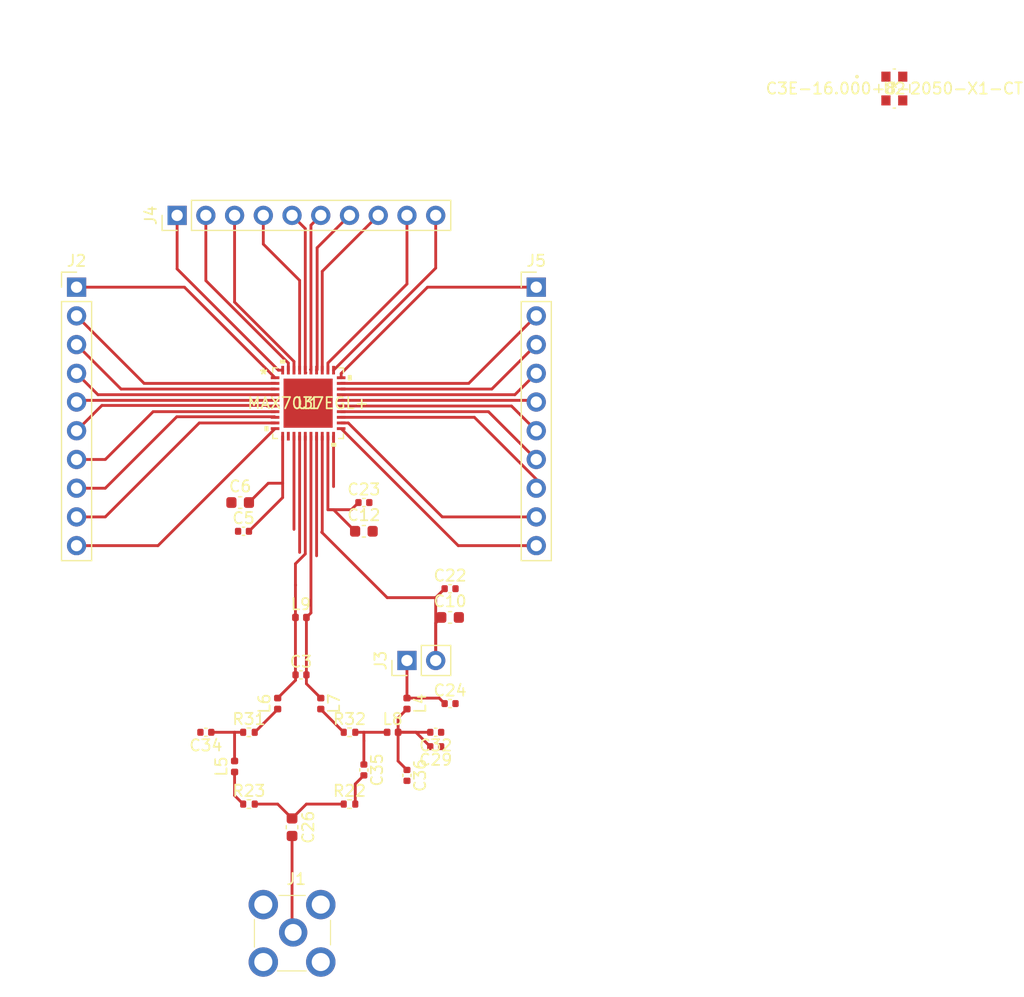
<source format=kicad_pcb>
(kicad_pcb (version 20171130) (host pcbnew "(5.1.12)-1")

  (general
    (thickness 1.6)
    (drawings 0)
    (tracks 144)
    (zones 0)
    (modules 31)
    (nets 51)
  )

  (page A4)
  (layers
    (0 F.Cu signal)
    (31 B.Cu mixed)
    (32 B.Adhes user)
    (33 F.Adhes user)
    (34 B.Paste user)
    (35 F.Paste user)
    (36 B.SilkS user)
    (37 F.SilkS user)
    (38 B.Mask user)
    (39 F.Mask user)
    (40 Dwgs.User user)
    (41 Cmts.User user)
    (42 Eco1.User user)
    (43 Eco2.User user)
    (44 Edge.Cuts user)
    (45 Margin user)
    (46 B.CrtYd user)
    (47 F.CrtYd user)
    (48 B.Fab user)
    (49 F.Fab user)
  )

  (setup
    (last_trace_width 0.25)
    (trace_clearance 0.2)
    (zone_clearance 0.508)
    (zone_45_only no)
    (trace_min 0.2)
    (via_size 0.8)
    (via_drill 0.4)
    (via_min_size 0.4)
    (via_min_drill 0.3)
    (uvia_size 0.3)
    (uvia_drill 0.1)
    (uvias_allowed no)
    (uvia_min_size 0.2)
    (uvia_min_drill 0.1)
    (edge_width 0.05)
    (segment_width 0.2)
    (pcb_text_width 0.3)
    (pcb_text_size 1.5 1.5)
    (mod_edge_width 0.12)
    (mod_text_size 1 1)
    (mod_text_width 0.15)
    (pad_size 1.524 1.524)
    (pad_drill 0.762)
    (pad_to_mask_clearance 0)
    (aux_axis_origin 96.52 68.58)
    (visible_elements 7FFFFFFF)
    (pcbplotparams
      (layerselection 0x010fc_ffffffff)
      (usegerberextensions false)
      (usegerberattributes true)
      (usegerberadvancedattributes true)
      (creategerberjobfile true)
      (excludeedgelayer true)
      (linewidth 0.100000)
      (plotframeref false)
      (viasonmask false)
      (mode 1)
      (useauxorigin false)
      (hpglpennumber 1)
      (hpglpenspeed 20)
      (hpglpendiameter 15.000000)
      (psnegative false)
      (psa4output false)
      (plotreference true)
      (plotvalue true)
      (plotinvisibletext false)
      (padsonsilk false)
      (subtractmaskfromsilk false)
      (outputformat 1)
      (mirror false)
      (drillshape 0)
      (scaleselection 1)
      (outputdirectory "Gerber/"))
  )

  (net 0 "")
  (net 1 "Net-(J1-Pad1)")
  (net 2 "Net-(J2-Pad10)")
  (net 3 "Net-(J2-Pad9)")
  (net 4 "Net-(J2-Pad8)")
  (net 5 "Net-(J2-Pad7)")
  (net 6 "Net-(J2-Pad6)")
  (net 7 "Net-(J2-Pad5)")
  (net 8 "Net-(J2-Pad4)")
  (net 9 "Net-(J2-Pad3)")
  (net 10 "Net-(J2-Pad2)")
  (net 11 "Net-(J2-Pad1)")
  (net 12 "Net-(J4-Pad10)")
  (net 13 "Net-(J4-Pad9)")
  (net 14 "Net-(J4-Pad8)")
  (net 15 "Net-(J4-Pad7)")
  (net 16 "Net-(J4-Pad6)")
  (net 17 "Net-(J4-Pad5)")
  (net 18 "Net-(J4-Pad4)")
  (net 19 "Net-(J4-Pad3)")
  (net 20 "Net-(J4-Pad2)")
  (net 21 "Net-(J4-Pad1)")
  (net 22 "Net-(J5-Pad10)")
  (net 23 "Net-(J5-Pad9)")
  (net 24 "Net-(J5-Pad8)")
  (net 25 "Net-(J5-Pad7)")
  (net 26 "Net-(J5-Pad6)")
  (net 27 "Net-(J5-Pad5)")
  (net 28 "Net-(J5-Pad4)")
  (net 29 "Net-(J5-Pad3)")
  (net 30 "Net-(J5-Pad2)")
  (net 31 "Net-(J5-Pad1)")
  (net 32 GND)
  (net 33 "Net-(C3-Pad2)")
  (net 34 "Net-(C3-Pad1)")
  (net 35 "Net-(C5-Pad2)")
  (net 36 "Net-(C10-Pad1)")
  (net 37 "Net-(C12-Pad1)")
  (net 38 "Net-(C24-Pad1)")
  (net 39 "Net-(C26-Pad2)")
  (net 40 "Net-(C26-Pad1)")
  (net 41 "Net-(C29-Pad2)")
  (net 42 "Net-(C34-Pad1)")
  (net 43 "Net-(C35-Pad2)")
  (net 44 "Net-(C35-Pad1)")
  (net 45 "Net-(L5-Pad1)")
  (net 46 "Net-(L6-Pad1)")
  (net 47 "Net-(L7-Pad2)")
  (net 48 TEST1)
  (net 49 TEST2)
  (net 50 "Net-(U1-Pad12)")

  (net_class Default "This is the default net class."
    (clearance 0.2)
    (trace_width 0.25)
    (via_dia 0.8)
    (via_drill 0.4)
    (uvia_dia 0.3)
    (uvia_drill 0.1)
    (add_net GND)
    (add_net "Net-(C10-Pad1)")
    (add_net "Net-(C12-Pad1)")
    (add_net "Net-(C24-Pad1)")
    (add_net "Net-(C26-Pad1)")
    (add_net "Net-(C26-Pad2)")
    (add_net "Net-(C29-Pad2)")
    (add_net "Net-(C3-Pad1)")
    (add_net "Net-(C3-Pad2)")
    (add_net "Net-(C34-Pad1)")
    (add_net "Net-(C35-Pad1)")
    (add_net "Net-(C35-Pad2)")
    (add_net "Net-(C5-Pad2)")
    (add_net "Net-(J1-Pad1)")
    (add_net "Net-(J2-Pad1)")
    (add_net "Net-(J2-Pad10)")
    (add_net "Net-(J2-Pad2)")
    (add_net "Net-(J2-Pad3)")
    (add_net "Net-(J2-Pad4)")
    (add_net "Net-(J2-Pad5)")
    (add_net "Net-(J2-Pad6)")
    (add_net "Net-(J2-Pad7)")
    (add_net "Net-(J2-Pad8)")
    (add_net "Net-(J2-Pad9)")
    (add_net "Net-(J4-Pad1)")
    (add_net "Net-(J4-Pad10)")
    (add_net "Net-(J4-Pad2)")
    (add_net "Net-(J4-Pad3)")
    (add_net "Net-(J4-Pad4)")
    (add_net "Net-(J4-Pad5)")
    (add_net "Net-(J4-Pad6)")
    (add_net "Net-(J4-Pad7)")
    (add_net "Net-(J4-Pad8)")
    (add_net "Net-(J4-Pad9)")
    (add_net "Net-(J5-Pad1)")
    (add_net "Net-(J5-Pad10)")
    (add_net "Net-(J5-Pad2)")
    (add_net "Net-(J5-Pad3)")
    (add_net "Net-(J5-Pad4)")
    (add_net "Net-(J5-Pad5)")
    (add_net "Net-(J5-Pad6)")
    (add_net "Net-(J5-Pad7)")
    (add_net "Net-(J5-Pad8)")
    (add_net "Net-(J5-Pad9)")
    (add_net "Net-(L5-Pad1)")
    (add_net "Net-(L6-Pad1)")
    (add_net "Net-(L7-Pad2)")
    (add_net "Net-(U1-Pad12)")
    (add_net TEST1)
    (add_net TEST2)
  )

  (module Resistor_SMD:R_0402_1005Metric (layer F.Cu) (tedit 5F68FEEE) (tstamp 620A376C)
    (at 119.38 101.6)
    (descr "Resistor SMD 0402 (1005 Metric), square (rectangular) end terminal, IPC_7351 nominal, (Body size source: IPC-SM-782 page 72, https://www.pcb-3d.com/wordpress/wp-content/uploads/ipc-sm-782a_amendment_1_and_2.pdf), generated with kicad-footprint-generator")
    (tags resistor)
    (path /620E50C4)
    (attr smd)
    (fp_text reference R32 (at 0 -1.17) (layer F.SilkS)
      (effects (font (size 1 1) (thickness 0.15)))
    )
    (fp_text value 0 (at 0 1.17) (layer F.Fab)
      (effects (font (size 1 1) (thickness 0.15)))
    )
    (fp_text user %R (at 0 0) (layer F.Fab)
      (effects (font (size 0.26 0.26) (thickness 0.04)))
    )
    (fp_line (start -0.525 0.27) (end -0.525 -0.27) (layer F.Fab) (width 0.1))
    (fp_line (start -0.525 -0.27) (end 0.525 -0.27) (layer F.Fab) (width 0.1))
    (fp_line (start 0.525 -0.27) (end 0.525 0.27) (layer F.Fab) (width 0.1))
    (fp_line (start 0.525 0.27) (end -0.525 0.27) (layer F.Fab) (width 0.1))
    (fp_line (start -0.153641 -0.38) (end 0.153641 -0.38) (layer F.SilkS) (width 0.12))
    (fp_line (start -0.153641 0.38) (end 0.153641 0.38) (layer F.SilkS) (width 0.12))
    (fp_line (start -0.93 0.47) (end -0.93 -0.47) (layer F.CrtYd) (width 0.05))
    (fp_line (start -0.93 -0.47) (end 0.93 -0.47) (layer F.CrtYd) (width 0.05))
    (fp_line (start 0.93 -0.47) (end 0.93 0.47) (layer F.CrtYd) (width 0.05))
    (fp_line (start 0.93 0.47) (end -0.93 0.47) (layer F.CrtYd) (width 0.05))
    (pad 2 smd roundrect (at 0.51 0) (size 0.54 0.64) (layers F.Cu F.Paste F.Mask) (roundrect_rratio 0.25)
      (net 44 "Net-(C35-Pad1)"))
    (pad 1 smd roundrect (at -0.51 0) (size 0.54 0.64) (layers F.Cu F.Paste F.Mask) (roundrect_rratio 0.25)
      (net 47 "Net-(L7-Pad2)"))
    (model ${KISYS3DMOD}/Resistor_SMD.3dshapes/R_0402_1005Metric.wrl
      (at (xyz 0 0 0))
      (scale (xyz 1 1 1))
      (rotate (xyz 0 0 0))
    )
  )

  (module Resistor_SMD:R_0402_1005Metric (layer F.Cu) (tedit 5F68FEEE) (tstamp 620A375B)
    (at 110.49 101.6)
    (descr "Resistor SMD 0402 (1005 Metric), square (rectangular) end terminal, IPC_7351 nominal, (Body size source: IPC-SM-782 page 72, https://www.pcb-3d.com/wordpress/wp-content/uploads/ipc-sm-782a_amendment_1_and_2.pdf), generated with kicad-footprint-generator")
    (tags resistor)
    (path /620E28E6)
    (attr smd)
    (fp_text reference R31 (at 0 -1.17) (layer F.SilkS)
      (effects (font (size 1 1) (thickness 0.15)))
    )
    (fp_text value 0 (at 0 1.17) (layer F.Fab)
      (effects (font (size 1 1) (thickness 0.15)))
    )
    (fp_text user %R (at 0 0) (layer F.Fab)
      (effects (font (size 0.26 0.26) (thickness 0.04)))
    )
    (fp_line (start -0.525 0.27) (end -0.525 -0.27) (layer F.Fab) (width 0.1))
    (fp_line (start -0.525 -0.27) (end 0.525 -0.27) (layer F.Fab) (width 0.1))
    (fp_line (start 0.525 -0.27) (end 0.525 0.27) (layer F.Fab) (width 0.1))
    (fp_line (start 0.525 0.27) (end -0.525 0.27) (layer F.Fab) (width 0.1))
    (fp_line (start -0.153641 -0.38) (end 0.153641 -0.38) (layer F.SilkS) (width 0.12))
    (fp_line (start -0.153641 0.38) (end 0.153641 0.38) (layer F.SilkS) (width 0.12))
    (fp_line (start -0.93 0.47) (end -0.93 -0.47) (layer F.CrtYd) (width 0.05))
    (fp_line (start -0.93 -0.47) (end 0.93 -0.47) (layer F.CrtYd) (width 0.05))
    (fp_line (start 0.93 -0.47) (end 0.93 0.47) (layer F.CrtYd) (width 0.05))
    (fp_line (start 0.93 0.47) (end -0.93 0.47) (layer F.CrtYd) (width 0.05))
    (pad 2 smd roundrect (at 0.51 0) (size 0.54 0.64) (layers F.Cu F.Paste F.Mask) (roundrect_rratio 0.25)
      (net 46 "Net-(L6-Pad1)"))
    (pad 1 smd roundrect (at -0.51 0) (size 0.54 0.64) (layers F.Cu F.Paste F.Mask) (roundrect_rratio 0.25)
      (net 42 "Net-(C34-Pad1)"))
    (model ${KISYS3DMOD}/Resistor_SMD.3dshapes/R_0402_1005Metric.wrl
      (at (xyz 0 0 0))
      (scale (xyz 1 1 1))
      (rotate (xyz 0 0 0))
    )
  )

  (module Resistor_SMD:R_0402_1005Metric (layer F.Cu) (tedit 5F68FEEE) (tstamp 620A374A)
    (at 110.49 107.95)
    (descr "Resistor SMD 0402 (1005 Metric), square (rectangular) end terminal, IPC_7351 nominal, (Body size source: IPC-SM-782 page 72, https://www.pcb-3d.com/wordpress/wp-content/uploads/ipc-sm-782a_amendment_1_and_2.pdf), generated with kicad-footprint-generator")
    (tags resistor)
    (path /620E7830)
    (attr smd)
    (fp_text reference R23 (at 0 -1.17) (layer F.SilkS)
      (effects (font (size 1 1) (thickness 0.15)))
    )
    (fp_text value 0 (at 0 1.17) (layer F.Fab)
      (effects (font (size 1 1) (thickness 0.15)))
    )
    (fp_text user %R (at 0 0) (layer F.Fab)
      (effects (font (size 0.26 0.26) (thickness 0.04)))
    )
    (fp_line (start -0.525 0.27) (end -0.525 -0.27) (layer F.Fab) (width 0.1))
    (fp_line (start -0.525 -0.27) (end 0.525 -0.27) (layer F.Fab) (width 0.1))
    (fp_line (start 0.525 -0.27) (end 0.525 0.27) (layer F.Fab) (width 0.1))
    (fp_line (start 0.525 0.27) (end -0.525 0.27) (layer F.Fab) (width 0.1))
    (fp_line (start -0.153641 -0.38) (end 0.153641 -0.38) (layer F.SilkS) (width 0.12))
    (fp_line (start -0.153641 0.38) (end 0.153641 0.38) (layer F.SilkS) (width 0.12))
    (fp_line (start -0.93 0.47) (end -0.93 -0.47) (layer F.CrtYd) (width 0.05))
    (fp_line (start -0.93 -0.47) (end 0.93 -0.47) (layer F.CrtYd) (width 0.05))
    (fp_line (start 0.93 -0.47) (end 0.93 0.47) (layer F.CrtYd) (width 0.05))
    (fp_line (start 0.93 0.47) (end -0.93 0.47) (layer F.CrtYd) (width 0.05))
    (pad 2 smd roundrect (at 0.51 0) (size 0.54 0.64) (layers F.Cu F.Paste F.Mask) (roundrect_rratio 0.25)
      (net 40 "Net-(C26-Pad1)"))
    (pad 1 smd roundrect (at -0.51 0) (size 0.54 0.64) (layers F.Cu F.Paste F.Mask) (roundrect_rratio 0.25)
      (net 45 "Net-(L5-Pad1)"))
    (model ${KISYS3DMOD}/Resistor_SMD.3dshapes/R_0402_1005Metric.wrl
      (at (xyz 0 0 0))
      (scale (xyz 1 1 1))
      (rotate (xyz 0 0 0))
    )
  )

  (module Resistor_SMD:R_0402_1005Metric (layer F.Cu) (tedit 5F68FEEE) (tstamp 620A3739)
    (at 119.38 107.95)
    (descr "Resistor SMD 0402 (1005 Metric), square (rectangular) end terminal, IPC_7351 nominal, (Body size source: IPC-SM-782 page 72, https://www.pcb-3d.com/wordpress/wp-content/uploads/ipc-sm-782a_amendment_1_and_2.pdf), generated with kicad-footprint-generator")
    (tags resistor)
    (path /620E9A6B)
    (attr smd)
    (fp_text reference R22 (at 0 -1.17) (layer F.SilkS)
      (effects (font (size 1 1) (thickness 0.15)))
    )
    (fp_text value 0 (at 0 1.17) (layer F.Fab)
      (effects (font (size 1 1) (thickness 0.15)))
    )
    (fp_text user %R (at 0 0) (layer F.Fab)
      (effects (font (size 0.26 0.26) (thickness 0.04)))
    )
    (fp_line (start -0.525 0.27) (end -0.525 -0.27) (layer F.Fab) (width 0.1))
    (fp_line (start -0.525 -0.27) (end 0.525 -0.27) (layer F.Fab) (width 0.1))
    (fp_line (start 0.525 -0.27) (end 0.525 0.27) (layer F.Fab) (width 0.1))
    (fp_line (start 0.525 0.27) (end -0.525 0.27) (layer F.Fab) (width 0.1))
    (fp_line (start -0.153641 -0.38) (end 0.153641 -0.38) (layer F.SilkS) (width 0.12))
    (fp_line (start -0.153641 0.38) (end 0.153641 0.38) (layer F.SilkS) (width 0.12))
    (fp_line (start -0.93 0.47) (end -0.93 -0.47) (layer F.CrtYd) (width 0.05))
    (fp_line (start -0.93 -0.47) (end 0.93 -0.47) (layer F.CrtYd) (width 0.05))
    (fp_line (start 0.93 -0.47) (end 0.93 0.47) (layer F.CrtYd) (width 0.05))
    (fp_line (start 0.93 0.47) (end -0.93 0.47) (layer F.CrtYd) (width 0.05))
    (pad 2 smd roundrect (at 0.51 0) (size 0.54 0.64) (layers F.Cu F.Paste F.Mask) (roundrect_rratio 0.25)
      (net 43 "Net-(C35-Pad2)"))
    (pad 1 smd roundrect (at -0.51 0) (size 0.54 0.64) (layers F.Cu F.Paste F.Mask) (roundrect_rratio 0.25)
      (net 40 "Net-(C26-Pad1)"))
    (model ${KISYS3DMOD}/Resistor_SMD.3dshapes/R_0402_1005Metric.wrl
      (at (xyz 0 0 0))
      (scale (xyz 1 1 1))
      (rotate (xyz 0 0 0))
    )
  )

  (module Inductor_SMD:L_0402_1005Metric (layer F.Cu) (tedit 5F68FEF0) (tstamp 620A3728)
    (at 115.085 91.44)
    (descr "Inductor SMD 0402 (1005 Metric), square (rectangular) end terminal, IPC_7351 nominal, (Body size source: http://www.tortai-tech.com/upload/download/2011102023233369053.pdf), generated with kicad-footprint-generator")
    (tags inductor)
    (path /620C8F5C)
    (attr smd)
    (fp_text reference L9 (at 0 -1.17) (layer F.SilkS)
      (effects (font (size 1 1) (thickness 0.15)))
    )
    (fp_text value 18nH (at 0 1.17) (layer F.Fab)
      (effects (font (size 1 1) (thickness 0.15)))
    )
    (fp_text user %R (at 0 0) (layer F.Fab)
      (effects (font (size 0.25 0.25) (thickness 0.04)))
    )
    (fp_line (start -0.5 0.25) (end -0.5 -0.25) (layer F.Fab) (width 0.1))
    (fp_line (start -0.5 -0.25) (end 0.5 -0.25) (layer F.Fab) (width 0.1))
    (fp_line (start 0.5 -0.25) (end 0.5 0.25) (layer F.Fab) (width 0.1))
    (fp_line (start 0.5 0.25) (end -0.5 0.25) (layer F.Fab) (width 0.1))
    (fp_line (start -0.93 0.47) (end -0.93 -0.47) (layer F.CrtYd) (width 0.05))
    (fp_line (start -0.93 -0.47) (end 0.93 -0.47) (layer F.CrtYd) (width 0.05))
    (fp_line (start 0.93 -0.47) (end 0.93 0.47) (layer F.CrtYd) (width 0.05))
    (fp_line (start 0.93 0.47) (end -0.93 0.47) (layer F.CrtYd) (width 0.05))
    (pad 2 smd roundrect (at 0.485 0) (size 0.59 0.64) (layers F.Cu F.Paste F.Mask) (roundrect_rratio 0.25)
      (net 33 "Net-(C3-Pad2)"))
    (pad 1 smd roundrect (at -0.485 0) (size 0.59 0.64) (layers F.Cu F.Paste F.Mask) (roundrect_rratio 0.25)
      (net 34 "Net-(C3-Pad1)"))
    (model ${KISYS3DMOD}/Inductor_SMD.3dshapes/L_0402_1005Metric.wrl
      (at (xyz 0 0 0))
      (scale (xyz 1 1 1))
      (rotate (xyz 0 0 0))
    )
  )

  (module Inductor_SMD:L_0402_1005Metric (layer F.Cu) (tedit 5F68FEF0) (tstamp 620A3719)
    (at 123.19 101.6)
    (descr "Inductor SMD 0402 (1005 Metric), square (rectangular) end terminal, IPC_7351 nominal, (Body size source: http://www.tortai-tech.com/upload/download/2011102023233369053.pdf), generated with kicad-footprint-generator")
    (tags inductor)
    (path /6214CE67)
    (attr smd)
    (fp_text reference L8 (at 0 -1.17) (layer F.SilkS)
      (effects (font (size 1 1) (thickness 0.15)))
    )
    (fp_text value 18nH (at 0 1.17) (layer F.Fab)
      (effects (font (size 1 1) (thickness 0.15)))
    )
    (fp_text user %R (at 0 0) (layer F.Fab)
      (effects (font (size 0.25 0.25) (thickness 0.04)))
    )
    (fp_line (start -0.5 0.25) (end -0.5 -0.25) (layer F.Fab) (width 0.1))
    (fp_line (start -0.5 -0.25) (end 0.5 -0.25) (layer F.Fab) (width 0.1))
    (fp_line (start 0.5 -0.25) (end 0.5 0.25) (layer F.Fab) (width 0.1))
    (fp_line (start 0.5 0.25) (end -0.5 0.25) (layer F.Fab) (width 0.1))
    (fp_line (start -0.93 0.47) (end -0.93 -0.47) (layer F.CrtYd) (width 0.05))
    (fp_line (start -0.93 -0.47) (end 0.93 -0.47) (layer F.CrtYd) (width 0.05))
    (fp_line (start 0.93 -0.47) (end 0.93 0.47) (layer F.CrtYd) (width 0.05))
    (fp_line (start 0.93 0.47) (end -0.93 0.47) (layer F.CrtYd) (width 0.05))
    (pad 2 smd roundrect (at 0.485 0) (size 0.59 0.64) (layers F.Cu F.Paste F.Mask) (roundrect_rratio 0.25)
      (net 41 "Net-(C29-Pad2)"))
    (pad 1 smd roundrect (at -0.485 0) (size 0.59 0.64) (layers F.Cu F.Paste F.Mask) (roundrect_rratio 0.25)
      (net 44 "Net-(C35-Pad1)"))
    (model ${KISYS3DMOD}/Inductor_SMD.3dshapes/L_0402_1005Metric.wrl
      (at (xyz 0 0 0))
      (scale (xyz 1 1 1))
      (rotate (xyz 0 0 0))
    )
  )

  (module Inductor_SMD:L_0402_1005Metric (layer F.Cu) (tedit 5F68FEF0) (tstamp 620A370A)
    (at 116.84 99.06 270)
    (descr "Inductor SMD 0402 (1005 Metric), square (rectangular) end terminal, IPC_7351 nominal, (Body size source: http://www.tortai-tech.com/upload/download/2011102023233369053.pdf), generated with kicad-footprint-generator")
    (tags inductor)
    (path /620DCFDD)
    (attr smd)
    (fp_text reference L7 (at 0 -1.17 90) (layer F.SilkS)
      (effects (font (size 1 1) (thickness 0.15)))
    )
    (fp_text value 18nH (at 0 1.17 90) (layer F.Fab)
      (effects (font (size 1 1) (thickness 0.15)))
    )
    (fp_text user %R (at 0 0 180) (layer F.Fab)
      (effects (font (size 0.25 0.25) (thickness 0.04)))
    )
    (fp_line (start -0.5 0.25) (end -0.5 -0.25) (layer F.Fab) (width 0.1))
    (fp_line (start -0.5 -0.25) (end 0.5 -0.25) (layer F.Fab) (width 0.1))
    (fp_line (start 0.5 -0.25) (end 0.5 0.25) (layer F.Fab) (width 0.1))
    (fp_line (start 0.5 0.25) (end -0.5 0.25) (layer F.Fab) (width 0.1))
    (fp_line (start -0.93 0.47) (end -0.93 -0.47) (layer F.CrtYd) (width 0.05))
    (fp_line (start -0.93 -0.47) (end 0.93 -0.47) (layer F.CrtYd) (width 0.05))
    (fp_line (start 0.93 -0.47) (end 0.93 0.47) (layer F.CrtYd) (width 0.05))
    (fp_line (start 0.93 0.47) (end -0.93 0.47) (layer F.CrtYd) (width 0.05))
    (pad 2 smd roundrect (at 0.485 0 270) (size 0.59 0.64) (layers F.Cu F.Paste F.Mask) (roundrect_rratio 0.25)
      (net 47 "Net-(L7-Pad2)"))
    (pad 1 smd roundrect (at -0.485 0 270) (size 0.59 0.64) (layers F.Cu F.Paste F.Mask) (roundrect_rratio 0.25)
      (net 33 "Net-(C3-Pad2)"))
    (model ${KISYS3DMOD}/Inductor_SMD.3dshapes/L_0402_1005Metric.wrl
      (at (xyz 0 0 0))
      (scale (xyz 1 1 1))
      (rotate (xyz 0 0 0))
    )
  )

  (module Inductor_SMD:L_0402_1005Metric (layer F.Cu) (tedit 5F68FEF0) (tstamp 620A36FB)
    (at 113.03 99.06 90)
    (descr "Inductor SMD 0402 (1005 Metric), square (rectangular) end terminal, IPC_7351 nominal, (Body size source: http://www.tortai-tech.com/upload/download/2011102023233369053.pdf), generated with kicad-footprint-generator")
    (tags inductor)
    (path /620DB6B0)
    (attr smd)
    (fp_text reference L6 (at 0 -1.17 90) (layer F.SilkS)
      (effects (font (size 1 1) (thickness 0.15)))
    )
    (fp_text value 18nH (at 0 1.17 90) (layer F.Fab)
      (effects (font (size 1 1) (thickness 0.15)))
    )
    (fp_text user %R (at 0 0 90) (layer F.Fab)
      (effects (font (size 0.25 0.25) (thickness 0.04)))
    )
    (fp_line (start -0.5 0.25) (end -0.5 -0.25) (layer F.Fab) (width 0.1))
    (fp_line (start -0.5 -0.25) (end 0.5 -0.25) (layer F.Fab) (width 0.1))
    (fp_line (start 0.5 -0.25) (end 0.5 0.25) (layer F.Fab) (width 0.1))
    (fp_line (start 0.5 0.25) (end -0.5 0.25) (layer F.Fab) (width 0.1))
    (fp_line (start -0.93 0.47) (end -0.93 -0.47) (layer F.CrtYd) (width 0.05))
    (fp_line (start -0.93 -0.47) (end 0.93 -0.47) (layer F.CrtYd) (width 0.05))
    (fp_line (start 0.93 -0.47) (end 0.93 0.47) (layer F.CrtYd) (width 0.05))
    (fp_line (start 0.93 0.47) (end -0.93 0.47) (layer F.CrtYd) (width 0.05))
    (pad 2 smd roundrect (at 0.485 0 90) (size 0.59 0.64) (layers F.Cu F.Paste F.Mask) (roundrect_rratio 0.25)
      (net 34 "Net-(C3-Pad1)"))
    (pad 1 smd roundrect (at -0.485 0 90) (size 0.59 0.64) (layers F.Cu F.Paste F.Mask) (roundrect_rratio 0.25)
      (net 46 "Net-(L6-Pad1)"))
    (model ${KISYS3DMOD}/Inductor_SMD.3dshapes/L_0402_1005Metric.wrl
      (at (xyz 0 0 0))
      (scale (xyz 1 1 1))
      (rotate (xyz 0 0 0))
    )
  )

  (module Inductor_SMD:L_0402_1005Metric (layer F.Cu) (tedit 5F68FEF0) (tstamp 620A36EC)
    (at 109.22 104.625 90)
    (descr "Inductor SMD 0402 (1005 Metric), square (rectangular) end terminal, IPC_7351 nominal, (Body size source: http://www.tortai-tech.com/upload/download/2011102023233369053.pdf), generated with kicad-footprint-generator")
    (tags inductor)
    (path /6210416D)
    (attr smd)
    (fp_text reference L5 (at 0 -1.17 90) (layer F.SilkS)
      (effects (font (size 1 1) (thickness 0.15)))
    )
    (fp_text value 18nH (at 0 1.17 90) (layer F.Fab)
      (effects (font (size 1 1) (thickness 0.15)))
    )
    (fp_text user %R (at 0 0 90) (layer F.Fab)
      (effects (font (size 0.25 0.25) (thickness 0.04)))
    )
    (fp_line (start -0.5 0.25) (end -0.5 -0.25) (layer F.Fab) (width 0.1))
    (fp_line (start -0.5 -0.25) (end 0.5 -0.25) (layer F.Fab) (width 0.1))
    (fp_line (start 0.5 -0.25) (end 0.5 0.25) (layer F.Fab) (width 0.1))
    (fp_line (start 0.5 0.25) (end -0.5 0.25) (layer F.Fab) (width 0.1))
    (fp_line (start -0.93 0.47) (end -0.93 -0.47) (layer F.CrtYd) (width 0.05))
    (fp_line (start -0.93 -0.47) (end 0.93 -0.47) (layer F.CrtYd) (width 0.05))
    (fp_line (start 0.93 -0.47) (end 0.93 0.47) (layer F.CrtYd) (width 0.05))
    (fp_line (start 0.93 0.47) (end -0.93 0.47) (layer F.CrtYd) (width 0.05))
    (pad 2 smd roundrect (at 0.485 0 90) (size 0.59 0.64) (layers F.Cu F.Paste F.Mask) (roundrect_rratio 0.25)
      (net 42 "Net-(C34-Pad1)"))
    (pad 1 smd roundrect (at -0.485 0 90) (size 0.59 0.64) (layers F.Cu F.Paste F.Mask) (roundrect_rratio 0.25)
      (net 45 "Net-(L5-Pad1)"))
    (model ${KISYS3DMOD}/Inductor_SMD.3dshapes/L_0402_1005Metric.wrl
      (at (xyz 0 0 0))
      (scale (xyz 1 1 1))
      (rotate (xyz 0 0 0))
    )
  )

  (module Inductor_SMD:L_0402_1005Metric (layer F.Cu) (tedit 5F68FEF0) (tstamp 620A36DD)
    (at 124.46 99.06 270)
    (descr "Inductor SMD 0402 (1005 Metric), square (rectangular) end terminal, IPC_7351 nominal, (Body size source: http://www.tortai-tech.com/upload/download/2011102023233369053.pdf), generated with kicad-footprint-generator")
    (tags inductor)
    (path /6216546D)
    (attr smd)
    (fp_text reference L4 (at 0 -1.17 90) (layer F.SilkS)
      (effects (font (size 1 1) (thickness 0.15)))
    )
    (fp_text value 100nH (at 0 1.17 90) (layer F.Fab)
      (effects (font (size 1 1) (thickness 0.15)))
    )
    (fp_text user %R (at 0 0 90) (layer F.Fab)
      (effects (font (size 0.25 0.25) (thickness 0.04)))
    )
    (fp_line (start -0.5 0.25) (end -0.5 -0.25) (layer F.Fab) (width 0.1))
    (fp_line (start -0.5 -0.25) (end 0.5 -0.25) (layer F.Fab) (width 0.1))
    (fp_line (start 0.5 -0.25) (end 0.5 0.25) (layer F.Fab) (width 0.1))
    (fp_line (start 0.5 0.25) (end -0.5 0.25) (layer F.Fab) (width 0.1))
    (fp_line (start -0.93 0.47) (end -0.93 -0.47) (layer F.CrtYd) (width 0.05))
    (fp_line (start -0.93 -0.47) (end 0.93 -0.47) (layer F.CrtYd) (width 0.05))
    (fp_line (start 0.93 -0.47) (end 0.93 0.47) (layer F.CrtYd) (width 0.05))
    (fp_line (start 0.93 0.47) (end -0.93 0.47) (layer F.CrtYd) (width 0.05))
    (pad 2 smd roundrect (at 0.485 0 270) (size 0.59 0.64) (layers F.Cu F.Paste F.Mask) (roundrect_rratio 0.25)
      (net 41 "Net-(C29-Pad2)"))
    (pad 1 smd roundrect (at -0.485 0 270) (size 0.59 0.64) (layers F.Cu F.Paste F.Mask) (roundrect_rratio 0.25)
      (net 38 "Net-(C24-Pad1)"))
    (model ${KISYS3DMOD}/Inductor_SMD.3dshapes/L_0402_1005Metric.wrl
      (at (xyz 0 0 0))
      (scale (xyz 1 1 1))
      (rotate (xyz 0 0 0))
    )
  )

  (module Connector_PinHeader_2.54mm:PinHeader_1x02_P2.54mm_Vertical (layer F.Cu) (tedit 59FED5CC) (tstamp 620A365A)
    (at 124.46 95.25 90)
    (descr "Through hole straight pin header, 1x02, 2.54mm pitch, single row")
    (tags "Through hole pin header THT 1x02 2.54mm single row")
    (path /6217D5B4)
    (fp_text reference J3 (at 0 -2.33 90) (layer F.SilkS)
      (effects (font (size 1 1) (thickness 0.15)))
    )
    (fp_text value Conn_01x02 (at 0 4.87 90) (layer F.Fab)
      (effects (font (size 1 1) (thickness 0.15)))
    )
    (fp_text user %R (at 0 1.27) (layer F.Fab)
      (effects (font (size 1 1) (thickness 0.15)))
    )
    (fp_line (start -0.635 -1.27) (end 1.27 -1.27) (layer F.Fab) (width 0.1))
    (fp_line (start 1.27 -1.27) (end 1.27 3.81) (layer F.Fab) (width 0.1))
    (fp_line (start 1.27 3.81) (end -1.27 3.81) (layer F.Fab) (width 0.1))
    (fp_line (start -1.27 3.81) (end -1.27 -0.635) (layer F.Fab) (width 0.1))
    (fp_line (start -1.27 -0.635) (end -0.635 -1.27) (layer F.Fab) (width 0.1))
    (fp_line (start -1.33 3.87) (end 1.33 3.87) (layer F.SilkS) (width 0.12))
    (fp_line (start -1.33 1.27) (end -1.33 3.87) (layer F.SilkS) (width 0.12))
    (fp_line (start 1.33 1.27) (end 1.33 3.87) (layer F.SilkS) (width 0.12))
    (fp_line (start -1.33 1.27) (end 1.33 1.27) (layer F.SilkS) (width 0.12))
    (fp_line (start -1.33 0) (end -1.33 -1.33) (layer F.SilkS) (width 0.12))
    (fp_line (start -1.33 -1.33) (end 0 -1.33) (layer F.SilkS) (width 0.12))
    (fp_line (start -1.8 -1.8) (end -1.8 4.35) (layer F.CrtYd) (width 0.05))
    (fp_line (start -1.8 4.35) (end 1.8 4.35) (layer F.CrtYd) (width 0.05))
    (fp_line (start 1.8 4.35) (end 1.8 -1.8) (layer F.CrtYd) (width 0.05))
    (fp_line (start 1.8 -1.8) (end -1.8 -1.8) (layer F.CrtYd) (width 0.05))
    (pad 2 thru_hole oval (at 0 2.54 90) (size 1.7 1.7) (drill 1) (layers *.Cu *.Mask)
      (net 36 "Net-(C10-Pad1)"))
    (pad 1 thru_hole rect (at 0 0 90) (size 1.7 1.7) (drill 1) (layers *.Cu *.Mask)
      (net 38 "Net-(C24-Pad1)"))
    (model ${KISYS3DMOD}/Connector_PinHeader_2.54mm.3dshapes/PinHeader_1x02_P2.54mm_Vertical.wrl
      (at (xyz 0 0 0))
      (scale (xyz 1 1 1))
      (rotate (xyz 0 0 0))
    )
  )

  (module Capacitor_SMD:C_0402_1005Metric (layer F.Cu) (tedit 5F68FEEE) (tstamp 620A35E2)
    (at 124.46 105.41 270)
    (descr "Capacitor SMD 0402 (1005 Metric), square (rectangular) end terminal, IPC_7351 nominal, (Body size source: IPC-SM-782 page 76, https://www.pcb-3d.com/wordpress/wp-content/uploads/ipc-sm-782a_amendment_1_and_2.pdf), generated with kicad-footprint-generator")
    (tags capacitor)
    (path /6215C61A)
    (attr smd)
    (fp_text reference C36 (at 0 -1.16 90) (layer F.SilkS)
      (effects (font (size 1 1) (thickness 0.15)))
    )
    (fp_text value 220pF (at 0 1.16 90) (layer F.Fab)
      (effects (font (size 1 1) (thickness 0.15)))
    )
    (fp_text user %R (at 0 0 90) (layer F.Fab)
      (effects (font (size 0.25 0.25) (thickness 0.04)))
    )
    (fp_line (start -0.5 0.25) (end -0.5 -0.25) (layer F.Fab) (width 0.1))
    (fp_line (start -0.5 -0.25) (end 0.5 -0.25) (layer F.Fab) (width 0.1))
    (fp_line (start 0.5 -0.25) (end 0.5 0.25) (layer F.Fab) (width 0.1))
    (fp_line (start 0.5 0.25) (end -0.5 0.25) (layer F.Fab) (width 0.1))
    (fp_line (start -0.107836 -0.36) (end 0.107836 -0.36) (layer F.SilkS) (width 0.12))
    (fp_line (start -0.107836 0.36) (end 0.107836 0.36) (layer F.SilkS) (width 0.12))
    (fp_line (start -0.91 0.46) (end -0.91 -0.46) (layer F.CrtYd) (width 0.05))
    (fp_line (start -0.91 -0.46) (end 0.91 -0.46) (layer F.CrtYd) (width 0.05))
    (fp_line (start 0.91 -0.46) (end 0.91 0.46) (layer F.CrtYd) (width 0.05))
    (fp_line (start 0.91 0.46) (end -0.91 0.46) (layer F.CrtYd) (width 0.05))
    (pad 2 smd roundrect (at 0.48 0 270) (size 0.56 0.62) (layers F.Cu F.Paste F.Mask) (roundrect_rratio 0.25)
      (net 32 GND))
    (pad 1 smd roundrect (at -0.48 0 270) (size 0.56 0.62) (layers F.Cu F.Paste F.Mask) (roundrect_rratio 0.25)
      (net 41 "Net-(C29-Pad2)"))
    (model ${KISYS3DMOD}/Capacitor_SMD.3dshapes/C_0402_1005Metric.wrl
      (at (xyz 0 0 0))
      (scale (xyz 1 1 1))
      (rotate (xyz 0 0 0))
    )
  )

  (module Capacitor_SMD:C_0402_1005Metric (layer F.Cu) (tedit 5F68FEEE) (tstamp 620A35D1)
    (at 120.65 104.93 270)
    (descr "Capacitor SMD 0402 (1005 Metric), square (rectangular) end terminal, IPC_7351 nominal, (Body size source: IPC-SM-782 page 76, https://www.pcb-3d.com/wordpress/wp-content/uploads/ipc-sm-782a_amendment_1_and_2.pdf), generated with kicad-footprint-generator")
    (tags capacitor)
    (path /621003C1)
    (attr smd)
    (fp_text reference C35 (at 0 -1.16 90) (layer F.SilkS)
      (effects (font (size 1 1) (thickness 0.15)))
    )
    (fp_text value 1.8pF (at -0.48 1.27 90) (layer F.Fab)
      (effects (font (size 1 1) (thickness 0.15)))
    )
    (fp_text user %R (at 0 0 180) (layer F.Fab)
      (effects (font (size 0.25 0.25) (thickness 0.04)))
    )
    (fp_line (start -0.5 0.25) (end -0.5 -0.25) (layer F.Fab) (width 0.1))
    (fp_line (start -0.5 -0.25) (end 0.5 -0.25) (layer F.Fab) (width 0.1))
    (fp_line (start 0.5 -0.25) (end 0.5 0.25) (layer F.Fab) (width 0.1))
    (fp_line (start 0.5 0.25) (end -0.5 0.25) (layer F.Fab) (width 0.1))
    (fp_line (start -0.107836 -0.36) (end 0.107836 -0.36) (layer F.SilkS) (width 0.12))
    (fp_line (start -0.107836 0.36) (end 0.107836 0.36) (layer F.SilkS) (width 0.12))
    (fp_line (start -0.91 0.46) (end -0.91 -0.46) (layer F.CrtYd) (width 0.05))
    (fp_line (start -0.91 -0.46) (end 0.91 -0.46) (layer F.CrtYd) (width 0.05))
    (fp_line (start 0.91 -0.46) (end 0.91 0.46) (layer F.CrtYd) (width 0.05))
    (fp_line (start 0.91 0.46) (end -0.91 0.46) (layer F.CrtYd) (width 0.05))
    (pad 2 smd roundrect (at 0.48 0 270) (size 0.56 0.62) (layers F.Cu F.Paste F.Mask) (roundrect_rratio 0.25)
      (net 43 "Net-(C35-Pad2)"))
    (pad 1 smd roundrect (at -0.48 0 270) (size 0.56 0.62) (layers F.Cu F.Paste F.Mask) (roundrect_rratio 0.25)
      (net 44 "Net-(C35-Pad1)"))
    (model ${KISYS3DMOD}/Capacitor_SMD.3dshapes/C_0402_1005Metric.wrl
      (at (xyz 0 0 0))
      (scale (xyz 1 1 1))
      (rotate (xyz 0 0 0))
    )
  )

  (module Capacitor_SMD:C_0402_1005Metric (layer F.Cu) (tedit 5F68FEEE) (tstamp 620A35C0)
    (at 106.68 101.6 180)
    (descr "Capacitor SMD 0402 (1005 Metric), square (rectangular) end terminal, IPC_7351 nominal, (Body size source: IPC-SM-782 page 76, https://www.pcb-3d.com/wordpress/wp-content/uploads/ipc-sm-782a_amendment_1_and_2.pdf), generated with kicad-footprint-generator")
    (tags capacitor)
    (path /62113735)
    (attr smd)
    (fp_text reference C34 (at 0 -1.16) (layer F.SilkS)
      (effects (font (size 1 1) (thickness 0.15)))
    )
    (fp_text value 1.8pF (at 0 1.16) (layer F.Fab)
      (effects (font (size 1 1) (thickness 0.15)))
    )
    (fp_text user %R (at 0 0) (layer F.Fab)
      (effects (font (size 0.25 0.25) (thickness 0.04)))
    )
    (fp_line (start -0.5 0.25) (end -0.5 -0.25) (layer F.Fab) (width 0.1))
    (fp_line (start -0.5 -0.25) (end 0.5 -0.25) (layer F.Fab) (width 0.1))
    (fp_line (start 0.5 -0.25) (end 0.5 0.25) (layer F.Fab) (width 0.1))
    (fp_line (start 0.5 0.25) (end -0.5 0.25) (layer F.Fab) (width 0.1))
    (fp_line (start -0.107836 -0.36) (end 0.107836 -0.36) (layer F.SilkS) (width 0.12))
    (fp_line (start -0.107836 0.36) (end 0.107836 0.36) (layer F.SilkS) (width 0.12))
    (fp_line (start -0.91 0.46) (end -0.91 -0.46) (layer F.CrtYd) (width 0.05))
    (fp_line (start -0.91 -0.46) (end 0.91 -0.46) (layer F.CrtYd) (width 0.05))
    (fp_line (start 0.91 -0.46) (end 0.91 0.46) (layer F.CrtYd) (width 0.05))
    (fp_line (start 0.91 0.46) (end -0.91 0.46) (layer F.CrtYd) (width 0.05))
    (pad 2 smd roundrect (at 0.48 0 180) (size 0.56 0.62) (layers F.Cu F.Paste F.Mask) (roundrect_rratio 0.25)
      (net 32 GND))
    (pad 1 smd roundrect (at -0.48 0 180) (size 0.56 0.62) (layers F.Cu F.Paste F.Mask) (roundrect_rratio 0.25)
      (net 42 "Net-(C34-Pad1)"))
    (model ${KISYS3DMOD}/Capacitor_SMD.3dshapes/C_0402_1005Metric.wrl
      (at (xyz 0 0 0))
      (scale (xyz 1 1 1))
      (rotate (xyz 0 0 0))
    )
  )

  (module Capacitor_SMD:C_0402_1005Metric (layer F.Cu) (tedit 5F68FEEE) (tstamp 620A35AF)
    (at 127 101.6 180)
    (descr "Capacitor SMD 0402 (1005 Metric), square (rectangular) end terminal, IPC_7351 nominal, (Body size source: IPC-SM-782 page 76, https://www.pcb-3d.com/wordpress/wp-content/uploads/ipc-sm-782a_amendment_1_and_2.pdf), generated with kicad-footprint-generator")
    (tags capacitor)
    (path /62133142)
    (attr smd)
    (fp_text reference C32 (at 0 -1.16) (layer F.SilkS)
      (effects (font (size 1 1) (thickness 0.15)))
    )
    (fp_text value 220pF (at 0 1.16) (layer F.Fab)
      (effects (font (size 1 1) (thickness 0.15)))
    )
    (fp_text user %R (at 0 0) (layer F.Fab)
      (effects (font (size 0.25 0.25) (thickness 0.04)))
    )
    (fp_line (start -0.5 0.25) (end -0.5 -0.25) (layer F.Fab) (width 0.1))
    (fp_line (start -0.5 -0.25) (end 0.5 -0.25) (layer F.Fab) (width 0.1))
    (fp_line (start 0.5 -0.25) (end 0.5 0.25) (layer F.Fab) (width 0.1))
    (fp_line (start 0.5 0.25) (end -0.5 0.25) (layer F.Fab) (width 0.1))
    (fp_line (start -0.107836 -0.36) (end 0.107836 -0.36) (layer F.SilkS) (width 0.12))
    (fp_line (start -0.107836 0.36) (end 0.107836 0.36) (layer F.SilkS) (width 0.12))
    (fp_line (start -0.91 0.46) (end -0.91 -0.46) (layer F.CrtYd) (width 0.05))
    (fp_line (start -0.91 -0.46) (end 0.91 -0.46) (layer F.CrtYd) (width 0.05))
    (fp_line (start 0.91 -0.46) (end 0.91 0.46) (layer F.CrtYd) (width 0.05))
    (fp_line (start 0.91 0.46) (end -0.91 0.46) (layer F.CrtYd) (width 0.05))
    (pad 2 smd roundrect (at 0.48 0 180) (size 0.56 0.62) (layers F.Cu F.Paste F.Mask) (roundrect_rratio 0.25)
      (net 41 "Net-(C29-Pad2)"))
    (pad 1 smd roundrect (at -0.48 0 180) (size 0.56 0.62) (layers F.Cu F.Paste F.Mask) (roundrect_rratio 0.25)
      (net 32 GND))
    (model ${KISYS3DMOD}/Capacitor_SMD.3dshapes/C_0402_1005Metric.wrl
      (at (xyz 0 0 0))
      (scale (xyz 1 1 1))
      (rotate (xyz 0 0 0))
    )
  )

  (module Capacitor_SMD:C_0402_1005Metric (layer F.Cu) (tedit 5F68FEEE) (tstamp 620A359E)
    (at 127 102.87 180)
    (descr "Capacitor SMD 0402 (1005 Metric), square (rectangular) end terminal, IPC_7351 nominal, (Body size source: IPC-SM-782 page 76, https://www.pcb-3d.com/wordpress/wp-content/uploads/ipc-sm-782a_amendment_1_and_2.pdf), generated with kicad-footprint-generator")
    (tags capacitor)
    (path /621372D8)
    (attr smd)
    (fp_text reference C29 (at 0 -1.16) (layer F.SilkS)
      (effects (font (size 1 1) (thickness 0.15)))
    )
    (fp_text value 220pF (at 0 1.16) (layer F.Fab)
      (effects (font (size 1 1) (thickness 0.15)))
    )
    (fp_text user %R (at 0 0) (layer F.Fab)
      (effects (font (size 0.25 0.25) (thickness 0.04)))
    )
    (fp_line (start -0.5 0.25) (end -0.5 -0.25) (layer F.Fab) (width 0.1))
    (fp_line (start -0.5 -0.25) (end 0.5 -0.25) (layer F.Fab) (width 0.1))
    (fp_line (start 0.5 -0.25) (end 0.5 0.25) (layer F.Fab) (width 0.1))
    (fp_line (start 0.5 0.25) (end -0.5 0.25) (layer F.Fab) (width 0.1))
    (fp_line (start -0.107836 -0.36) (end 0.107836 -0.36) (layer F.SilkS) (width 0.12))
    (fp_line (start -0.107836 0.36) (end 0.107836 0.36) (layer F.SilkS) (width 0.12))
    (fp_line (start -0.91 0.46) (end -0.91 -0.46) (layer F.CrtYd) (width 0.05))
    (fp_line (start -0.91 -0.46) (end 0.91 -0.46) (layer F.CrtYd) (width 0.05))
    (fp_line (start 0.91 -0.46) (end 0.91 0.46) (layer F.CrtYd) (width 0.05))
    (fp_line (start 0.91 0.46) (end -0.91 0.46) (layer F.CrtYd) (width 0.05))
    (pad 2 smd roundrect (at 0.48 0 180) (size 0.56 0.62) (layers F.Cu F.Paste F.Mask) (roundrect_rratio 0.25)
      (net 41 "Net-(C29-Pad2)"))
    (pad 1 smd roundrect (at -0.48 0 180) (size 0.56 0.62) (layers F.Cu F.Paste F.Mask) (roundrect_rratio 0.25)
      (net 32 GND))
    (model ${KISYS3DMOD}/Capacitor_SMD.3dshapes/C_0402_1005Metric.wrl
      (at (xyz 0 0 0))
      (scale (xyz 1 1 1))
      (rotate (xyz 0 0 0))
    )
  )

  (module Capacitor_SMD:C_0603_1608Metric (layer F.Cu) (tedit 5F68FEEE) (tstamp 620A358D)
    (at 114.3 109.995 270)
    (descr "Capacitor SMD 0603 (1608 Metric), square (rectangular) end terminal, IPC_7351 nominal, (Body size source: IPC-SM-782 page 76, https://www.pcb-3d.com/wordpress/wp-content/uploads/ipc-sm-782a_amendment_1_and_2.pdf), generated with kicad-footprint-generator")
    (tags capacitor)
    (path /620EB88C)
    (attr smd)
    (fp_text reference C26 (at 0 -1.43 90) (layer F.SilkS)
      (effects (font (size 1 1) (thickness 0.15)))
    )
    (fp_text value 820pF (at 0 1.43 90) (layer F.Fab)
      (effects (font (size 1 1) (thickness 0.15)))
    )
    (fp_text user %R (at 0 0 90) (layer F.Fab)
      (effects (font (size 0.4 0.4) (thickness 0.06)))
    )
    (fp_line (start -0.8 0.4) (end -0.8 -0.4) (layer F.Fab) (width 0.1))
    (fp_line (start -0.8 -0.4) (end 0.8 -0.4) (layer F.Fab) (width 0.1))
    (fp_line (start 0.8 -0.4) (end 0.8 0.4) (layer F.Fab) (width 0.1))
    (fp_line (start 0.8 0.4) (end -0.8 0.4) (layer F.Fab) (width 0.1))
    (fp_line (start -0.14058 -0.51) (end 0.14058 -0.51) (layer F.SilkS) (width 0.12))
    (fp_line (start -0.14058 0.51) (end 0.14058 0.51) (layer F.SilkS) (width 0.12))
    (fp_line (start -1.48 0.73) (end -1.48 -0.73) (layer F.CrtYd) (width 0.05))
    (fp_line (start -1.48 -0.73) (end 1.48 -0.73) (layer F.CrtYd) (width 0.05))
    (fp_line (start 1.48 -0.73) (end 1.48 0.73) (layer F.CrtYd) (width 0.05))
    (fp_line (start 1.48 0.73) (end -1.48 0.73) (layer F.CrtYd) (width 0.05))
    (pad 2 smd roundrect (at 0.775 0 270) (size 0.9 0.95) (layers F.Cu F.Paste F.Mask) (roundrect_rratio 0.25)
      (net 39 "Net-(C26-Pad2)"))
    (pad 1 smd roundrect (at -0.775 0 270) (size 0.9 0.95) (layers F.Cu F.Paste F.Mask) (roundrect_rratio 0.25)
      (net 40 "Net-(C26-Pad1)"))
    (model ${KISYS3DMOD}/Capacitor_SMD.3dshapes/C_0603_1608Metric.wrl
      (at (xyz 0 0 0))
      (scale (xyz 1 1 1))
      (rotate (xyz 0 0 0))
    )
  )

  (module Capacitor_SMD:C_0402_1005Metric (layer F.Cu) (tedit 5F68FEEE) (tstamp 620A357C)
    (at 128.27 99.06)
    (descr "Capacitor SMD 0402 (1005 Metric), square (rectangular) end terminal, IPC_7351 nominal, (Body size source: IPC-SM-782 page 76, https://www.pcb-3d.com/wordpress/wp-content/uploads/ipc-sm-782a_amendment_1_and_2.pdf), generated with kicad-footprint-generator")
    (tags capacitor)
    (path /6217376A)
    (attr smd)
    (fp_text reference C24 (at 0 -1.16) (layer F.SilkS)
      (effects (font (size 1 1) (thickness 0.15)))
    )
    (fp_text value 220pF (at 0 1.16) (layer F.Fab)
      (effects (font (size 1 1) (thickness 0.15)))
    )
    (fp_text user %R (at 0 0) (layer F.Fab)
      (effects (font (size 0.25 0.25) (thickness 0.04)))
    )
    (fp_line (start -0.5 0.25) (end -0.5 -0.25) (layer F.Fab) (width 0.1))
    (fp_line (start -0.5 -0.25) (end 0.5 -0.25) (layer F.Fab) (width 0.1))
    (fp_line (start 0.5 -0.25) (end 0.5 0.25) (layer F.Fab) (width 0.1))
    (fp_line (start 0.5 0.25) (end -0.5 0.25) (layer F.Fab) (width 0.1))
    (fp_line (start -0.107836 -0.36) (end 0.107836 -0.36) (layer F.SilkS) (width 0.12))
    (fp_line (start -0.107836 0.36) (end 0.107836 0.36) (layer F.SilkS) (width 0.12))
    (fp_line (start -0.91 0.46) (end -0.91 -0.46) (layer F.CrtYd) (width 0.05))
    (fp_line (start -0.91 -0.46) (end 0.91 -0.46) (layer F.CrtYd) (width 0.05))
    (fp_line (start 0.91 -0.46) (end 0.91 0.46) (layer F.CrtYd) (width 0.05))
    (fp_line (start 0.91 0.46) (end -0.91 0.46) (layer F.CrtYd) (width 0.05))
    (pad 2 smd roundrect (at 0.48 0) (size 0.56 0.62) (layers F.Cu F.Paste F.Mask) (roundrect_rratio 0.25)
      (net 32 GND))
    (pad 1 smd roundrect (at -0.48 0) (size 0.56 0.62) (layers F.Cu F.Paste F.Mask) (roundrect_rratio 0.25)
      (net 38 "Net-(C24-Pad1)"))
    (model ${KISYS3DMOD}/Capacitor_SMD.3dshapes/C_0402_1005Metric.wrl
      (at (xyz 0 0 0))
      (scale (xyz 1 1 1))
      (rotate (xyz 0 0 0))
    )
  )

  (module Capacitor_SMD:C_0402_1005Metric (layer F.Cu) (tedit 5F68FEEE) (tstamp 620A356B)
    (at 120.65 81.28)
    (descr "Capacitor SMD 0402 (1005 Metric), square (rectangular) end terminal, IPC_7351 nominal, (Body size source: IPC-SM-782 page 76, https://www.pcb-3d.com/wordpress/wp-content/uploads/ipc-sm-782a_amendment_1_and_2.pdf), generated with kicad-footprint-generator")
    (tags capacitor)
    (path /621A645E)
    (attr smd)
    (fp_text reference C23 (at 0 -1.16) (layer F.SilkS)
      (effects (font (size 1 1) (thickness 0.15)))
    )
    (fp_text value 220pF (at 0 1.16) (layer F.Fab)
      (effects (font (size 1 1) (thickness 0.15)))
    )
    (fp_text user %R (at 0 0) (layer F.Fab)
      (effects (font (size 0.25 0.25) (thickness 0.04)))
    )
    (fp_line (start -0.5 0.25) (end -0.5 -0.25) (layer F.Fab) (width 0.1))
    (fp_line (start -0.5 -0.25) (end 0.5 -0.25) (layer F.Fab) (width 0.1))
    (fp_line (start 0.5 -0.25) (end 0.5 0.25) (layer F.Fab) (width 0.1))
    (fp_line (start 0.5 0.25) (end -0.5 0.25) (layer F.Fab) (width 0.1))
    (fp_line (start -0.107836 -0.36) (end 0.107836 -0.36) (layer F.SilkS) (width 0.12))
    (fp_line (start -0.107836 0.36) (end 0.107836 0.36) (layer F.SilkS) (width 0.12))
    (fp_line (start -0.91 0.46) (end -0.91 -0.46) (layer F.CrtYd) (width 0.05))
    (fp_line (start -0.91 -0.46) (end 0.91 -0.46) (layer F.CrtYd) (width 0.05))
    (fp_line (start 0.91 -0.46) (end 0.91 0.46) (layer F.CrtYd) (width 0.05))
    (fp_line (start 0.91 0.46) (end -0.91 0.46) (layer F.CrtYd) (width 0.05))
    (pad 2 smd roundrect (at 0.48 0) (size 0.56 0.62) (layers F.Cu F.Paste F.Mask) (roundrect_rratio 0.25)
      (net 32 GND))
    (pad 1 smd roundrect (at -0.48 0) (size 0.56 0.62) (layers F.Cu F.Paste F.Mask) (roundrect_rratio 0.25)
      (net 37 "Net-(C12-Pad1)"))
    (model ${KISYS3DMOD}/Capacitor_SMD.3dshapes/C_0402_1005Metric.wrl
      (at (xyz 0 0 0))
      (scale (xyz 1 1 1))
      (rotate (xyz 0 0 0))
    )
  )

  (module Capacitor_SMD:C_0402_1005Metric (layer F.Cu) (tedit 5F68FEEE) (tstamp 620A355A)
    (at 128.27 88.9)
    (descr "Capacitor SMD 0402 (1005 Metric), square (rectangular) end terminal, IPC_7351 nominal, (Body size source: IPC-SM-782 page 76, https://www.pcb-3d.com/wordpress/wp-content/uploads/ipc-sm-782a_amendment_1_and_2.pdf), generated with kicad-footprint-generator")
    (tags capacitor)
    (path /6218D498)
    (attr smd)
    (fp_text reference C22 (at 0 -1.16) (layer F.SilkS)
      (effects (font (size 1 1) (thickness 0.15)))
    )
    (fp_text value 220pF (at 0 1.16) (layer F.Fab)
      (effects (font (size 1 1) (thickness 0.15)))
    )
    (fp_text user %R (at 0 0) (layer F.Fab)
      (effects (font (size 0.25 0.25) (thickness 0.04)))
    )
    (fp_line (start -0.5 0.25) (end -0.5 -0.25) (layer F.Fab) (width 0.1))
    (fp_line (start -0.5 -0.25) (end 0.5 -0.25) (layer F.Fab) (width 0.1))
    (fp_line (start 0.5 -0.25) (end 0.5 0.25) (layer F.Fab) (width 0.1))
    (fp_line (start 0.5 0.25) (end -0.5 0.25) (layer F.Fab) (width 0.1))
    (fp_line (start -0.107836 -0.36) (end 0.107836 -0.36) (layer F.SilkS) (width 0.12))
    (fp_line (start -0.107836 0.36) (end 0.107836 0.36) (layer F.SilkS) (width 0.12))
    (fp_line (start -0.91 0.46) (end -0.91 -0.46) (layer F.CrtYd) (width 0.05))
    (fp_line (start -0.91 -0.46) (end 0.91 -0.46) (layer F.CrtYd) (width 0.05))
    (fp_line (start 0.91 -0.46) (end 0.91 0.46) (layer F.CrtYd) (width 0.05))
    (fp_line (start 0.91 0.46) (end -0.91 0.46) (layer F.CrtYd) (width 0.05))
    (pad 2 smd roundrect (at 0.48 0) (size 0.56 0.62) (layers F.Cu F.Paste F.Mask) (roundrect_rratio 0.25)
      (net 32 GND))
    (pad 1 smd roundrect (at -0.48 0) (size 0.56 0.62) (layers F.Cu F.Paste F.Mask) (roundrect_rratio 0.25)
      (net 36 "Net-(C10-Pad1)"))
    (model ${KISYS3DMOD}/Capacitor_SMD.3dshapes/C_0402_1005Metric.wrl
      (at (xyz 0 0 0))
      (scale (xyz 1 1 1))
      (rotate (xyz 0 0 0))
    )
  )

  (module Capacitor_SMD:C_0603_1608Metric (layer F.Cu) (tedit 5F68FEEE) (tstamp 620A3549)
    (at 120.65 83.82)
    (descr "Capacitor SMD 0603 (1608 Metric), square (rectangular) end terminal, IPC_7351 nominal, (Body size source: IPC-SM-782 page 76, https://www.pcb-3d.com/wordpress/wp-content/uploads/ipc-sm-782a_amendment_1_and_2.pdf), generated with kicad-footprint-generator")
    (tags capacitor)
    (path /621AAD6E)
    (attr smd)
    (fp_text reference C12 (at 0 -1.43) (layer F.SilkS)
      (effects (font (size 1 1) (thickness 0.15)))
    )
    (fp_text value .1uF (at 0 1.43) (layer F.Fab)
      (effects (font (size 1 1) (thickness 0.15)))
    )
    (fp_text user %R (at 0 0) (layer F.Fab)
      (effects (font (size 0.4 0.4) (thickness 0.06)))
    )
    (fp_line (start -0.8 0.4) (end -0.8 -0.4) (layer F.Fab) (width 0.1))
    (fp_line (start -0.8 -0.4) (end 0.8 -0.4) (layer F.Fab) (width 0.1))
    (fp_line (start 0.8 -0.4) (end 0.8 0.4) (layer F.Fab) (width 0.1))
    (fp_line (start 0.8 0.4) (end -0.8 0.4) (layer F.Fab) (width 0.1))
    (fp_line (start -0.14058 -0.51) (end 0.14058 -0.51) (layer F.SilkS) (width 0.12))
    (fp_line (start -0.14058 0.51) (end 0.14058 0.51) (layer F.SilkS) (width 0.12))
    (fp_line (start -1.48 0.73) (end -1.48 -0.73) (layer F.CrtYd) (width 0.05))
    (fp_line (start -1.48 -0.73) (end 1.48 -0.73) (layer F.CrtYd) (width 0.05))
    (fp_line (start 1.48 -0.73) (end 1.48 0.73) (layer F.CrtYd) (width 0.05))
    (fp_line (start 1.48 0.73) (end -1.48 0.73) (layer F.CrtYd) (width 0.05))
    (pad 2 smd roundrect (at 0.775 0) (size 0.9 0.95) (layers F.Cu F.Paste F.Mask) (roundrect_rratio 0.25)
      (net 32 GND))
    (pad 1 smd roundrect (at -0.775 0) (size 0.9 0.95) (layers F.Cu F.Paste F.Mask) (roundrect_rratio 0.25)
      (net 37 "Net-(C12-Pad1)"))
    (model ${KISYS3DMOD}/Capacitor_SMD.3dshapes/C_0603_1608Metric.wrl
      (at (xyz 0 0 0))
      (scale (xyz 1 1 1))
      (rotate (xyz 0 0 0))
    )
  )

  (module Capacitor_SMD:C_0603_1608Metric (layer F.Cu) (tedit 5F68FEEE) (tstamp 620A3538)
    (at 128.27 91.44)
    (descr "Capacitor SMD 0603 (1608 Metric), square (rectangular) end terminal, IPC_7351 nominal, (Body size source: IPC-SM-782 page 76, https://www.pcb-3d.com/wordpress/wp-content/uploads/ipc-sm-782a_amendment_1_and_2.pdf), generated with kicad-footprint-generator")
    (tags capacitor)
    (path /6218C486)
    (attr smd)
    (fp_text reference C10 (at 0 -1.43) (layer F.SilkS)
      (effects (font (size 1 1) (thickness 0.15)))
    )
    (fp_text value .1uF (at 0 1.43) (layer F.Fab)
      (effects (font (size 1 1) (thickness 0.15)))
    )
    (fp_text user %R (at 0 0) (layer F.Fab)
      (effects (font (size 0.4 0.4) (thickness 0.06)))
    )
    (fp_line (start -0.8 0.4) (end -0.8 -0.4) (layer F.Fab) (width 0.1))
    (fp_line (start -0.8 -0.4) (end 0.8 -0.4) (layer F.Fab) (width 0.1))
    (fp_line (start 0.8 -0.4) (end 0.8 0.4) (layer F.Fab) (width 0.1))
    (fp_line (start 0.8 0.4) (end -0.8 0.4) (layer F.Fab) (width 0.1))
    (fp_line (start -0.14058 -0.51) (end 0.14058 -0.51) (layer F.SilkS) (width 0.12))
    (fp_line (start -0.14058 0.51) (end 0.14058 0.51) (layer F.SilkS) (width 0.12))
    (fp_line (start -1.48 0.73) (end -1.48 -0.73) (layer F.CrtYd) (width 0.05))
    (fp_line (start -1.48 -0.73) (end 1.48 -0.73) (layer F.CrtYd) (width 0.05))
    (fp_line (start 1.48 -0.73) (end 1.48 0.73) (layer F.CrtYd) (width 0.05))
    (fp_line (start 1.48 0.73) (end -1.48 0.73) (layer F.CrtYd) (width 0.05))
    (pad 2 smd roundrect (at 0.775 0) (size 0.9 0.95) (layers F.Cu F.Paste F.Mask) (roundrect_rratio 0.25)
      (net 32 GND))
    (pad 1 smd roundrect (at -0.775 0) (size 0.9 0.95) (layers F.Cu F.Paste F.Mask) (roundrect_rratio 0.25)
      (net 36 "Net-(C10-Pad1)"))
    (model ${KISYS3DMOD}/Capacitor_SMD.3dshapes/C_0603_1608Metric.wrl
      (at (xyz 0 0 0))
      (scale (xyz 1 1 1))
      (rotate (xyz 0 0 0))
    )
  )

  (module Capacitor_SMD:C_0603_1608Metric (layer F.Cu) (tedit 5F68FEEE) (tstamp 620A3527)
    (at 109.715 81.28)
    (descr "Capacitor SMD 0603 (1608 Metric), square (rectangular) end terminal, IPC_7351 nominal, (Body size source: IPC-SM-782 page 76, https://www.pcb-3d.com/wordpress/wp-content/uploads/ipc-sm-782a_amendment_1_and_2.pdf), generated with kicad-footprint-generator")
    (tags capacitor)
    (path /621D2C4B)
    (attr smd)
    (fp_text reference C6 (at 0 -1.43) (layer F.SilkS)
      (effects (font (size 1 1) (thickness 0.15)))
    )
    (fp_text value .1uF (at 0 1.43) (layer F.Fab)
      (effects (font (size 1 1) (thickness 0.15)))
    )
    (fp_text user %R (at 0 0) (layer F.Fab)
      (effects (font (size 0.4 0.4) (thickness 0.06)))
    )
    (fp_line (start -0.8 0.4) (end -0.8 -0.4) (layer F.Fab) (width 0.1))
    (fp_line (start -0.8 -0.4) (end 0.8 -0.4) (layer F.Fab) (width 0.1))
    (fp_line (start 0.8 -0.4) (end 0.8 0.4) (layer F.Fab) (width 0.1))
    (fp_line (start 0.8 0.4) (end -0.8 0.4) (layer F.Fab) (width 0.1))
    (fp_line (start -0.14058 -0.51) (end 0.14058 -0.51) (layer F.SilkS) (width 0.12))
    (fp_line (start -0.14058 0.51) (end 0.14058 0.51) (layer F.SilkS) (width 0.12))
    (fp_line (start -1.48 0.73) (end -1.48 -0.73) (layer F.CrtYd) (width 0.05))
    (fp_line (start -1.48 -0.73) (end 1.48 -0.73) (layer F.CrtYd) (width 0.05))
    (fp_line (start 1.48 -0.73) (end 1.48 0.73) (layer F.CrtYd) (width 0.05))
    (fp_line (start 1.48 0.73) (end -1.48 0.73) (layer F.CrtYd) (width 0.05))
    (pad 2 smd roundrect (at 0.775 0) (size 0.9 0.95) (layers F.Cu F.Paste F.Mask) (roundrect_rratio 0.25)
      (net 35 "Net-(C5-Pad2)"))
    (pad 1 smd roundrect (at -0.775 0) (size 0.9 0.95) (layers F.Cu F.Paste F.Mask) (roundrect_rratio 0.25)
      (net 32 GND))
    (model ${KISYS3DMOD}/Capacitor_SMD.3dshapes/C_0603_1608Metric.wrl
      (at (xyz 0 0 0))
      (scale (xyz 1 1 1))
      (rotate (xyz 0 0 0))
    )
  )

  (module Capacitor_SMD:C_0402_1005Metric (layer F.Cu) (tedit 5F68FEEE) (tstamp 620A3516)
    (at 110.01 83.82)
    (descr "Capacitor SMD 0402 (1005 Metric), square (rectangular) end terminal, IPC_7351 nominal, (Body size source: IPC-SM-782 page 76, https://www.pcb-3d.com/wordpress/wp-content/uploads/ipc-sm-782a_amendment_1_and_2.pdf), generated with kicad-footprint-generator")
    (tags capacitor)
    (path /621D7A7D)
    (attr smd)
    (fp_text reference C5 (at 0 -1.16) (layer F.SilkS)
      (effects (font (size 1 1) (thickness 0.15)))
    )
    (fp_text value 220pF (at 0 1.16) (layer F.Fab)
      (effects (font (size 1 1) (thickness 0.15)))
    )
    (fp_text user %R (at 0 0) (layer F.Fab)
      (effects (font (size 0.25 0.25) (thickness 0.04)))
    )
    (fp_line (start -0.5 0.25) (end -0.5 -0.25) (layer F.Fab) (width 0.1))
    (fp_line (start -0.5 -0.25) (end 0.5 -0.25) (layer F.Fab) (width 0.1))
    (fp_line (start 0.5 -0.25) (end 0.5 0.25) (layer F.Fab) (width 0.1))
    (fp_line (start 0.5 0.25) (end -0.5 0.25) (layer F.Fab) (width 0.1))
    (fp_line (start -0.107836 -0.36) (end 0.107836 -0.36) (layer F.SilkS) (width 0.12))
    (fp_line (start -0.107836 0.36) (end 0.107836 0.36) (layer F.SilkS) (width 0.12))
    (fp_line (start -0.91 0.46) (end -0.91 -0.46) (layer F.CrtYd) (width 0.05))
    (fp_line (start -0.91 -0.46) (end 0.91 -0.46) (layer F.CrtYd) (width 0.05))
    (fp_line (start 0.91 -0.46) (end 0.91 0.46) (layer F.CrtYd) (width 0.05))
    (fp_line (start 0.91 0.46) (end -0.91 0.46) (layer F.CrtYd) (width 0.05))
    (pad 2 smd roundrect (at 0.48 0) (size 0.56 0.62) (layers F.Cu F.Paste F.Mask) (roundrect_rratio 0.25)
      (net 35 "Net-(C5-Pad2)"))
    (pad 1 smd roundrect (at -0.48 0) (size 0.56 0.62) (layers F.Cu F.Paste F.Mask) (roundrect_rratio 0.25)
      (net 32 GND))
    (model ${KISYS3DMOD}/Capacitor_SMD.3dshapes/C_0402_1005Metric.wrl
      (at (xyz 0 0 0))
      (scale (xyz 1 1 1))
      (rotate (xyz 0 0 0))
    )
  )

  (module Capacitor_SMD:C_0402_1005Metric (layer F.Cu) (tedit 5F68FEEE) (tstamp 620A3505)
    (at 115.09 96.52)
    (descr "Capacitor SMD 0402 (1005 Metric), square (rectangular) end terminal, IPC_7351 nominal, (Body size source: IPC-SM-782 page 76, https://www.pcb-3d.com/wordpress/wp-content/uploads/ipc-sm-782a_amendment_1_and_2.pdf), generated with kicad-footprint-generator")
    (tags capacitor)
    (path /620CA3F1)
    (attr smd)
    (fp_text reference C3 (at 0 -1.16) (layer F.SilkS)
      (effects (font (size 1 1) (thickness 0.15)))
    )
    (fp_text value 1.5pF (at 0 1.16) (layer F.Fab)
      (effects (font (size 1 1) (thickness 0.15)))
    )
    (fp_text user %R (at 0 0) (layer F.Fab)
      (effects (font (size 0.25 0.25) (thickness 0.04)))
    )
    (fp_line (start -0.5 0.25) (end -0.5 -0.25) (layer F.Fab) (width 0.1))
    (fp_line (start -0.5 -0.25) (end 0.5 -0.25) (layer F.Fab) (width 0.1))
    (fp_line (start 0.5 -0.25) (end 0.5 0.25) (layer F.Fab) (width 0.1))
    (fp_line (start 0.5 0.25) (end -0.5 0.25) (layer F.Fab) (width 0.1))
    (fp_line (start -0.107836 -0.36) (end 0.107836 -0.36) (layer F.SilkS) (width 0.12))
    (fp_line (start -0.107836 0.36) (end 0.107836 0.36) (layer F.SilkS) (width 0.12))
    (fp_line (start -0.91 0.46) (end -0.91 -0.46) (layer F.CrtYd) (width 0.05))
    (fp_line (start -0.91 -0.46) (end 0.91 -0.46) (layer F.CrtYd) (width 0.05))
    (fp_line (start 0.91 -0.46) (end 0.91 0.46) (layer F.CrtYd) (width 0.05))
    (fp_line (start 0.91 0.46) (end -0.91 0.46) (layer F.CrtYd) (width 0.05))
    (pad 2 smd roundrect (at 0.48 0) (size 0.56 0.62) (layers F.Cu F.Paste F.Mask) (roundrect_rratio 0.25)
      (net 33 "Net-(C3-Pad2)"))
    (pad 1 smd roundrect (at -0.48 0) (size 0.56 0.62) (layers F.Cu F.Paste F.Mask) (roundrect_rratio 0.25)
      (net 34 "Net-(C3-Pad1)"))
    (model ${KISYS3DMOD}/Capacitor_SMD.3dshapes/C_0402_1005Metric.wrl
      (at (xyz 0 0 0))
      (scale (xyz 1 1 1))
      (rotate (xyz 0 0 0))
    )
  )

  (module ul_C3E-16-000-8-2050-X1-CT:C3E-16.000-8-2050-X1-CT (layer F.Cu) (tedit 0) (tstamp 620A23C3)
    (at 167.544601 44.661001)
    (path /620BA7E8)
    (fp_text reference U2 (at 0 0) (layer F.SilkS)
      (effects (font (size 1 1) (thickness 0.15)))
    )
    (fp_text value C3E-16.000-8-2050-X1-CT (at 0 0) (layer F.SilkS)
      (effects (font (size 1 1) (thickness 0.15)))
    )
    (fp_circle (center -0.3372 -1.05) (end -0.261 -1.05) (layer F.Fab) (width 0.1))
    (fp_circle (center -3.3008 -1.05) (end -3.1992 -1.05) (layer F.SilkS) (width 0.12))
    (fp_line (start -1.4986 1.7485) (end -1.4986 1.7485) (layer F.CrtYd) (width 0.05))
    (fp_line (start -1.4986 1.8542) (end -1.4986 1.7485) (layer F.CrtYd) (width 0.05))
    (fp_line (start 1.4986 1.8542) (end -1.4986 1.8542) (layer F.CrtYd) (width 0.05))
    (fp_line (start 1.4986 1.7485) (end 1.4986 1.8542) (layer F.CrtYd) (width 0.05))
    (fp_line (start 1.4986 1.7485) (end 1.4986 1.7485) (layer F.CrtYd) (width 0.05))
    (fp_line (start 1.4986 -1.7485) (end 1.4986 1.7485) (layer F.CrtYd) (width 0.05))
    (fp_line (start 1.4986 -1.7485) (end 1.4986 -1.7485) (layer F.CrtYd) (width 0.05))
    (fp_line (start 1.4986 -1.8542) (end 1.4986 -1.7485) (layer F.CrtYd) (width 0.05))
    (fp_line (start -1.4986 -1.8542) (end 1.4986 -1.8542) (layer F.CrtYd) (width 0.05))
    (fp_line (start -1.4986 -1.7485) (end -1.4986 -1.8542) (layer F.CrtYd) (width 0.05))
    (fp_line (start -1.4986 -1.7485) (end -1.4986 -1.7485) (layer F.CrtYd) (width 0.05))
    (fp_line (start -1.4986 1.7485) (end -1.4986 -1.7485) (layer F.CrtYd) (width 0.05))
    (fp_line (start -1.2446 -1.6002) (end -1.2446 1.6002) (layer F.Fab) (width 0.1))
    (fp_line (start 1.2446 -1.6002) (end -1.2446 -1.6002) (layer F.Fab) (width 0.1))
    (fp_line (start 1.2446 1.6002) (end 1.2446 -1.6002) (layer F.Fab) (width 0.1))
    (fp_line (start -1.2446 1.6002) (end 1.2446 1.6002) (layer F.Fab) (width 0.1))
    (fp_line (start -1.3716 -0.357288) (end -1.3716 0.357288) (layer F.SilkS) (width 0.12))
    (fp_line (start 0.099362 -1.7272) (end -0.099362 -1.7272) (layer F.SilkS) (width 0.12))
    (fp_line (start 1.3716 0.357288) (end 1.3716 -0.357288) (layer F.SilkS) (width 0.12))
    (fp_line (start -0.099362 1.7272) (end 0.099362 1.7272) (layer F.SilkS) (width 0.12))
    (fp_line (start 1.4986 4.0132) (end 1.4986 4.2672) (layer Cmts.User) (width 0.1))
    (fp_line (start 1.2446 4.1402) (end 1.4986 4.2672) (layer Cmts.User) (width 0.1))
    (fp_line (start 1.2446 4.1402) (end 1.4986 4.0132) (layer Cmts.User) (width 0.1))
    (fp_line (start -1.4986 4.0132) (end -1.4986 4.2672) (layer Cmts.User) (width 0.1))
    (fp_line (start -1.2446 4.1402) (end -1.4986 4.2672) (layer Cmts.User) (width 0.1))
    (fp_line (start -1.2446 4.1402) (end -1.4986 4.0132) (layer Cmts.User) (width 0.1))
    (fp_line (start 1.2446 4.1402) (end 2.5146 4.1402) (layer Cmts.User) (width 0.1))
    (fp_line (start -1.2446 4.1402) (end -2.5146 4.1402) (layer Cmts.User) (width 0.1))
    (fp_line (start 1.2446 1.6002) (end 1.2446 4.5212) (layer Cmts.User) (width 0.1))
    (fp_line (start -1.2446 1.6002) (end -1.2446 4.5212) (layer Cmts.User) (width 0.1))
    (fp_line (start 3.1566 1.8542) (end 3.4106 1.8542) (layer Cmts.User) (width 0.1))
    (fp_line (start 3.2836 1.6002) (end 3.4106 1.8542) (layer Cmts.User) (width 0.1))
    (fp_line (start 3.2836 1.6002) (end 3.1566 1.8542) (layer Cmts.User) (width 0.1))
    (fp_line (start 3.1566 -1.8542) (end 3.4106 -1.8542) (layer Cmts.User) (width 0.1))
    (fp_line (start 3.2836 -1.6002) (end 3.4106 -1.8542) (layer Cmts.User) (width 0.1))
    (fp_line (start 3.2836 -1.6002) (end 3.1566 -1.8542) (layer Cmts.User) (width 0.1))
    (fp_line (start 3.2836 1.6002) (end 3.2836 2.8702) (layer Cmts.User) (width 0.1))
    (fp_line (start 3.2836 -1.6002) (end 3.2836 -2.8702) (layer Cmts.User) (width 0.1))
    (fp_line (start 1.2446 1.6002) (end 3.6646 1.6002) (layer Cmts.User) (width 0.1))
    (fp_line (start 1.2446 -1.6002) (end 3.6646 -1.6002) (layer Cmts.User) (width 0.1))
    (fp_line (start -3.4106 1.304) (end -3.1566 1.304) (layer Cmts.User) (width 0.1))
    (fp_line (start -3.2836 1.05) (end -3.1566 1.304) (layer Cmts.User) (width 0.1))
    (fp_line (start -3.2836 1.05) (end -3.4106 1.304) (layer Cmts.User) (width 0.1))
    (fp_line (start -3.4106 -1.304) (end -3.1566 -1.304) (layer Cmts.User) (width 0.1))
    (fp_line (start -3.2836 -1.05) (end -3.1566 -1.304) (layer Cmts.User) (width 0.1))
    (fp_line (start -3.2836 -1.05) (end -3.4106 -1.304) (layer Cmts.User) (width 0.1))
    (fp_line (start -3.2836 1.05) (end -3.2836 2.32) (layer Cmts.User) (width 0.1))
    (fp_line (start -3.2836 -1.05) (end -3.2836 -2.32) (layer Cmts.User) (width 0.1))
    (fp_line (start -0.7436 1.05) (end -3.6646 1.05) (layer Cmts.User) (width 0.1))
    (fp_line (start -0.7436 -1.05) (end -3.6646 -1.05) (layer Cmts.User) (width 0.1))
    (fp_line (start -0.0832 -3.717) (end -0.0832 -3.463) (layer Cmts.User) (width 0.1))
    (fp_line (start -0.3372 -3.59) (end -0.0832 -3.463) (layer Cmts.User) (width 0.1))
    (fp_line (start -0.3372 -3.59) (end -0.0832 -3.717) (layer Cmts.User) (width 0.1))
    (fp_line (start -1.404 -3.717) (end -1.404 -3.463) (layer Cmts.User) (width 0.1))
    (fp_line (start -1.15 -3.59) (end -1.404 -3.463) (layer Cmts.User) (width 0.1))
    (fp_line (start -1.15 -3.59) (end -1.404 -3.717) (layer Cmts.User) (width 0.1))
    (fp_line (start -0.3372 -3.59) (end 0.9328 -3.59) (layer Cmts.User) (width 0.1))
    (fp_line (start -1.15 -3.59) (end -2.42 -3.59) (layer Cmts.User) (width 0.1))
    (fp_line (start -0.3372 -1.05) (end -0.3372 -3.971) (layer Cmts.User) (width 0.1))
    (fp_line (start -1.15 -1.05) (end -1.15 -3.971) (layer Cmts.User) (width 0.1))
    (fp_line (start 1.404 -7.527) (end 1.404 -7.273) (layer Cmts.User) (width 0.1))
    (fp_line (start 1.15 -7.4) (end 1.404 -7.273) (layer Cmts.User) (width 0.1))
    (fp_line (start 1.15 -7.4) (end 1.404 -7.527) (layer Cmts.User) (width 0.1))
    (fp_line (start -1.404 -7.527) (end -1.404 -7.273) (layer Cmts.User) (width 0.1))
    (fp_line (start -1.15 -7.4) (end -1.404 -7.273) (layer Cmts.User) (width 0.1))
    (fp_line (start -1.15 -7.4) (end -1.404 -7.527) (layer Cmts.User) (width 0.1))
    (fp_line (start 1.15 -7.4) (end 2.42 -7.4) (layer Cmts.User) (width 0.1))
    (fp_line (start -1.15 -7.4) (end -2.42 -7.4) (layer Cmts.User) (width 0.1))
    (fp_line (start 1.15 -1.05) (end 1.15 -7.781) (layer Cmts.User) (width 0.1))
    (fp_line (start -1.15 -1.05) (end -1.15 -7.781) (layer Cmts.User) (width 0.1))
    (fp_line (start 1.4986 1.8542) (end -1.4986 1.8542) (layer F.CrtYd) (width 0.05))
    (fp_line (start 1.4986 1.7485) (end 1.4986 1.8542) (layer F.CrtYd) (width 0.05))
    (fp_line (start 1.4986 -1.8542) (end 1.4986 -1.7485) (layer F.CrtYd) (width 0.05))
    (fp_line (start -1.4986 -1.8542) (end 1.4986 -1.8542) (layer F.CrtYd) (width 0.05))
    (fp_line (start -1.4986 -1.7485) (end -1.4986 -1.8542) (layer F.CrtYd) (width 0.05))
    (fp_line (start -1.4986 1.8542) (end -1.4986 1.7485) (layer F.CrtYd) (width 0.05))
    (fp_line (start -1.4986 1.7485) (end -1.4986 1.7485) (layer F.CrtYd) (width 0.05))
    (fp_line (start 1.4986 1.7485) (end 1.4986 1.7485) (layer F.CrtYd) (width 0.05))
    (fp_line (start 1.4986 -1.7485) (end 1.4986 1.7485) (layer F.CrtYd) (width 0.05))
    (fp_line (start 1.4986 -1.7485) (end 1.4986 -1.7485) (layer F.CrtYd) (width 0.05))
    (fp_line (start -1.4986 -1.7485) (end -1.4986 -1.7485) (layer F.CrtYd) (width 0.05))
    (fp_line (start -1.4986 1.7485) (end -1.4986 -1.7485) (layer F.CrtYd) (width 0.05))
    (fp_arc (start 0 -1.6002) (end -0.3048 -1.6002) (angle -180) (layer F.Fab) (width 0.1))
    (fp_text user 0.032in/0.813mm (at -0.7436 3.3782) (layer Cmts.User)
      (effects (font (size 1 1) (thickness 0.15)))
    )
    (fp_text user 0.059in/1.487mm (at 0 -4.0132) (layer Cmts.User)
      (effects (font (size 1 1) (thickness 0.15)))
    )
    (fp_text user 0.035in/0.889mm (at 3.7916 -1.05) (layer Cmts.User)
      (effects (font (size 1 1) (thickness 0.15)))
    )
    (fp_text user 0.083in/2.1mm (at -3.7916 0) (layer Cmts.User)
      (effects (font (size 1 1) (thickness 0.15)))
    )
    (fp_text user * (at 0 0) (layer F.Fab)
      (effects (font (size 1 1) (thickness 0.15)))
    )
    (fp_text user * (at 0 0) (layer F.SilkS)
      (effects (font (size 1 1) (thickness 0.15)))
    )
    (fp_text user "Copyright 2021 Accelerated Designs. All rights reserved." (at 0 0) (layer Cmts.User)
      (effects (font (size 0.127 0.127) (thickness 0.002)))
    )
    (pad 4 smd rect (at 0.7436 -1.05) (size 0.8128 0.889) (layers F.Cu F.Paste F.Mask)
      (net 32 GND))
    (pad 3 smd rect (at 0.7436 1.05) (size 0.8128 0.889) (layers F.Cu F.Paste F.Mask)
      (net 3 "Net-(J2-Pad9)"))
    (pad 2 smd rect (at -0.7436 1.05) (size 0.8128 0.889) (layers F.Cu F.Paste F.Mask)
      (net 32 GND))
    (pad 1 smd rect (at -0.7436 -1.05) (size 0.8128 0.889) (layers F.Cu F.Paste F.Mask)
      (net 2 "Net-(J2-Pad10)"))
  )

  (module digikey-footprints:RF_SMA_Vertical_5-1814832-1 (layer F.Cu) (tedit 59CD3347) (tstamp 62098FBF)
    (at 114.3 119.38)
    (path /620ADE86)
    (fp_text reference J1 (at 0.375 -4.8) (layer F.SilkS)
      (effects (font (size 1 1) (thickness 0.15)))
    )
    (fp_text value 5-1814832-1 (at 0.1 4.775) (layer F.Fab)
      (effects (font (size 1 1) (thickness 0.15)))
    )
    (fp_line (start -3.2 -3.2) (end 3.2 -3.2) (layer F.Fab) (width 0.1))
    (fp_line (start 3.2 -3.2) (end 3.2 3.2) (layer F.Fab) (width 0.1))
    (fp_line (start 3.2 3.2) (end -3.2 3.2) (layer F.Fab) (width 0.1))
    (fp_line (start -3.2 3.2) (end -3.2 -3.2) (layer F.Fab) (width 0.1))
    (fp_line (start -4.1 -4.1) (end 4.1 -4.1) (layer F.CrtYd) (width 0.05))
    (fp_line (start 4.1 -4.1) (end 4.1 4.1) (layer F.CrtYd) (width 0.05))
    (fp_line (start 4.1 4.1) (end -4.1 4.1) (layer F.CrtYd) (width 0.05))
    (fp_line (start -4.1 4.1) (end -4.1 -4.1) (layer F.CrtYd) (width 0.05))
    (fp_line (start -1.15 -3.35) (end 1.175 -3.35) (layer F.SilkS) (width 0.1))
    (fp_line (start 3.4 -1.15) (end 3.4 1.025) (layer F.SilkS) (width 0.1))
    (fp_line (start -3.325 1.225) (end -3.325 -1.225) (layer F.SilkS) (width 0.1))
    (fp_line (start -1.3 3.325) (end 1.25 3.325) (layer F.SilkS) (width 0.1))
    (pad 1 thru_hole circle (at -2.54 2.54) (size 2.6 2.6) (drill 1.6) (layers *.Cu *.Mask)
      (net 1 "Net-(J1-Pad1)"))
    (pad 1 thru_hole circle (at 2.54 2.54) (size 2.6 2.6) (drill 1.6) (layers *.Cu *.Mask)
      (net 1 "Net-(J1-Pad1)"))
    (pad 1 thru_hole circle (at 2.54 -2.54) (size 2.6 2.6) (drill 1.6) (layers *.Cu *.Mask)
      (net 1 "Net-(J1-Pad1)"))
    (pad 1 thru_hole circle (at -2.54 -2.54) (size 2.6 2.6) (drill 1.6) (layers *.Cu *.Mask)
      (net 1 "Net-(J1-Pad1)"))
    (pad 2 thru_hole circle (at 0.1 -0.075) (size 2.5 2.5) (drill 1.5) (layers *.Cu *.Mask)
      (net 39 "Net-(C26-Pad2)"))
  )

  (module footprints:MAX7037EGL&plus_ (layer F.Cu) (tedit 0) (tstamp 61EE561F)
    (at 115.7206 72.4906)
    (path /61ECA457)
    (fp_text reference U1 (at 0 0) (layer F.SilkS)
      (effects (font (size 1 1) (thickness 0.15)))
    )
    (fp_text value MAX7037EGL+ (at 0 0) (layer F.SilkS)
      (effects (font (size 1 1) (thickness 0.15)))
    )
    (fp_line (start -3.2512 3.2512) (end -3.2512 2.631) (layer F.CrtYd) (width 0.05))
    (fp_line (start -3.2512 2.631) (end -3.556 2.631) (layer F.CrtYd) (width 0.05))
    (fp_line (start -3.556 2.631) (end -3.556 -2.631) (layer F.CrtYd) (width 0.05))
    (fp_line (start -3.556 -2.631) (end -3.2512 -2.631) (layer F.CrtYd) (width 0.05))
    (fp_line (start -3.2512 -2.631) (end -3.2512 -3.2512) (layer F.CrtYd) (width 0.05))
    (fp_line (start -3.2512 -3.2512) (end -2.631 -3.2512) (layer F.CrtYd) (width 0.05))
    (fp_line (start -2.631 -3.2512) (end -2.631 -3.556) (layer F.CrtYd) (width 0.05))
    (fp_line (start -2.631 -3.556) (end 2.631 -3.556) (layer F.CrtYd) (width 0.05))
    (fp_line (start 2.631 -3.556) (end 2.631 -3.2512) (layer F.CrtYd) (width 0.05))
    (fp_line (start 2.631 -3.2512) (end 3.2512 -3.2512) (layer F.CrtYd) (width 0.05))
    (fp_line (start 3.2512 -3.2512) (end 3.2512 -2.631) (layer F.CrtYd) (width 0.05))
    (fp_line (start 3.2512 -2.631) (end 3.556 -2.631) (layer F.CrtYd) (width 0.05))
    (fp_line (start 3.556 -2.631) (end 3.556 2.631) (layer F.CrtYd) (width 0.05))
    (fp_line (start 3.556 2.631) (end 3.2512 2.631) (layer F.CrtYd) (width 0.05))
    (fp_line (start 3.2512 2.631) (end 3.2512 3.2512) (layer F.CrtYd) (width 0.05))
    (fp_line (start 3.2512 3.2512) (end 2.631 3.2512) (layer F.CrtYd) (width 0.05))
    (fp_line (start 2.631 3.2512) (end 2.631 3.556) (layer F.CrtYd) (width 0.05))
    (fp_line (start 2.631 3.556) (end -2.631 3.556) (layer F.CrtYd) (width 0.05))
    (fp_line (start -2.631 3.556) (end -2.631 3.2512) (layer F.CrtYd) (width 0.05))
    (fp_line (start -2.631 3.2512) (end -3.2512 3.2512) (layer F.CrtYd) (width 0.05))
    (fp_line (start 2.921 -2.25) (end 6.0706 -2.25) (layer Cmts.User) (width 0.1))
    (fp_line (start 2.921 -1.75) (end 6.0706 -1.75) (layer Cmts.User) (width 0.1))
    (fp_line (start 5.6896 -2.25) (end 5.6896 -3.52) (layer Cmts.User) (width 0.1))
    (fp_line (start 5.6896 -1.75) (end 5.6896 -0.48) (layer Cmts.User) (width 0.1))
    (fp_line (start 5.6896 -2.25) (end 5.5626 -2.504) (layer Cmts.User) (width 0.1))
    (fp_line (start 5.6896 -2.25) (end 5.8166 -2.504) (layer Cmts.User) (width 0.1))
    (fp_line (start 5.5626 -2.504) (end 5.8166 -2.504) (layer Cmts.User) (width 0.1))
    (fp_line (start 5.6896 -1.75) (end 5.5626 -1.496) (layer Cmts.User) (width 0.1))
    (fp_line (start 5.6896 -1.75) (end 5.8166 -1.496) (layer Cmts.User) (width 0.1))
    (fp_line (start 5.5626 -1.496) (end 5.8166 -1.496) (layer Cmts.User) (width 0.1))
    (fp_line (start 2.54 -2.25) (end 2.54 -6.0706) (layer Cmts.User) (width 0.1))
    (fp_line (start 2.9972 -2.25) (end 2.9972 -6.0706) (layer Cmts.User) (width 0.1))
    (fp_line (start 2.54 -5.6896) (end 1.27 -5.6896) (layer Cmts.User) (width 0.1))
    (fp_line (start 2.9972 -5.6896) (end 4.2672 -5.6896) (layer Cmts.User) (width 0.1))
    (fp_line (start 2.54 -5.6896) (end 2.286 -5.8166) (layer Cmts.User) (width 0.1))
    (fp_line (start 2.54 -5.6896) (end 2.286 -5.5626) (layer Cmts.User) (width 0.1))
    (fp_line (start 2.286 -5.8166) (end 2.286 -5.5626) (layer Cmts.User) (width 0.1))
    (fp_line (start 2.9972 -5.6896) (end 3.2512 -5.8166) (layer Cmts.User) (width 0.1))
    (fp_line (start 2.9972 -5.6896) (end 3.2512 -5.5626) (layer Cmts.User) (width 0.1))
    (fp_line (start 3.2512 -5.8166) (end 3.2512 -5.5626) (layer Cmts.User) (width 0.1))
    (fp_line (start -2.9972 -2.25) (end -2.9972 -7.9756) (layer Cmts.User) (width 0.1))
    (fp_line (start 2.9972 -2.25) (end 2.9972 -7.9756) (layer Cmts.User) (width 0.1))
    (fp_line (start -2.9972 -7.5946) (end 2.9972 -7.5946) (layer Cmts.User) (width 0.1))
    (fp_line (start -2.9972 -7.5946) (end -2.7432 -7.7216) (layer Cmts.User) (width 0.1))
    (fp_line (start -2.9972 -7.5946) (end -2.7432 -7.4676) (layer Cmts.User) (width 0.1))
    (fp_line (start -2.7432 -7.7216) (end -2.7432 -7.4676) (layer Cmts.User) (width 0.1))
    (fp_line (start 2.9972 -7.5946) (end 2.7432 -7.7216) (layer Cmts.User) (width 0.1))
    (fp_line (start 2.9972 -7.5946) (end 2.7432 -7.4676) (layer Cmts.User) (width 0.1))
    (fp_line (start 2.7432 -7.7216) (end 2.7432 -7.4676) (layer Cmts.User) (width 0.1))
    (fp_line (start 2.25 -2.9972) (end 7.9756 -2.9972) (layer Cmts.User) (width 0.1))
    (fp_line (start 2.25 2.9972) (end 7.9756 2.9972) (layer Cmts.User) (width 0.1))
    (fp_line (start 7.5946 -2.9972) (end 7.5946 2.9972) (layer Cmts.User) (width 0.1))
    (fp_line (start 7.5946 -2.9972) (end 7.4676 -2.7432) (layer Cmts.User) (width 0.1))
    (fp_line (start 7.5946 -2.9972) (end 7.7216 -2.7432) (layer Cmts.User) (width 0.1))
    (fp_line (start 7.4676 -2.7432) (end 7.7216 -2.7432) (layer Cmts.User) (width 0.1))
    (fp_line (start 7.5946 2.9972) (end 7.4676 2.7432) (layer Cmts.User) (width 0.1))
    (fp_line (start 7.5946 2.9972) (end 7.7216 2.7432) (layer Cmts.User) (width 0.1))
    (fp_line (start 7.4676 2.7432) (end 7.7216 2.7432) (layer Cmts.User) (width 0.1))
    (fp_line (start 2.9972 -2.9972) (end -6.7056 -2.9972) (layer Cmts.User) (width 0.1))
    (fp_line (start 2.9972 2.9972) (end -6.7056 2.9972) (layer Cmts.User) (width 0.1))
    (fp_line (start -6.3246 -2.9972) (end -6.3246 2.9972) (layer Cmts.User) (width 0.1))
    (fp_line (start -6.3246 -2.9972) (end -6.4516 -2.7432) (layer Cmts.User) (width 0.1))
    (fp_line (start -6.3246 -2.9972) (end -6.1976 -2.7432) (layer Cmts.User) (width 0.1))
    (fp_line (start -6.4516 -2.7432) (end -6.1976 -2.7432) (layer Cmts.User) (width 0.1))
    (fp_line (start -6.3246 2.9972) (end -6.4516 2.7432) (layer Cmts.User) (width 0.1))
    (fp_line (start -6.3246 2.9972) (end -6.1976 2.7432) (layer Cmts.User) (width 0.1))
    (fp_line (start -6.4516 2.7432) (end -6.1976 2.7432) (layer Cmts.User) (width 0.1))
    (fp_line (start -2.9972 -2.9972) (end -2.9972 6.7056) (layer Cmts.User) (width 0.1))
    (fp_line (start 2.9972 -2.9972) (end 2.9972 6.7056) (layer Cmts.User) (width 0.1))
    (fp_line (start -2.9972 6.3246) (end 2.9972 6.3246) (layer Cmts.User) (width 0.1))
    (fp_line (start -2.9972 6.3246) (end -2.7432 6.1976) (layer Cmts.User) (width 0.1))
    (fp_line (start -2.9972 6.3246) (end -2.7432 6.4516) (layer Cmts.User) (width 0.1))
    (fp_line (start -2.7432 6.1976) (end -2.7432 6.4516) (layer Cmts.User) (width 0.1))
    (fp_line (start 2.9972 6.3246) (end 2.7432 6.1976) (layer Cmts.User) (width 0.1))
    (fp_line (start 2.9972 6.3246) (end 2.7432 6.4516) (layer Cmts.User) (width 0.1))
    (fp_line (start 2.7432 6.1976) (end 2.7432 6.4516) (layer Cmts.User) (width 0.1))
    (fp_line (start -2.9972 -1.7272) (end -1.7272 -2.9972) (layer F.Fab) (width 0.1))
    (fp_line (start 2.0976 -2.9972) (end 2.4024 -2.9972) (layer F.Fab) (width 0.1))
    (fp_line (start 2.4024 -2.9972) (end 2.4024 -2.9972) (layer F.Fab) (width 0.1))
    (fp_line (start 2.4024 -2.9972) (end 2.0976 -2.9972) (layer F.Fab) (width 0.1))
    (fp_line (start 2.0976 -2.9972) (end 2.0976 -2.9972) (layer F.Fab) (width 0.1))
    (fp_line (start 1.5976 -2.9972) (end 1.9024 -2.9972) (layer F.Fab) (width 0.1))
    (fp_line (start 1.9024 -2.9972) (end 1.9024 -2.9972) (layer F.Fab) (width 0.1))
    (fp_line (start 1.9024 -2.9972) (end 1.5976 -2.9972) (layer F.Fab) (width 0.1))
    (fp_line (start 1.5976 -2.9972) (end 1.5976 -2.9972) (layer F.Fab) (width 0.1))
    (fp_line (start 1.0976 -2.9972) (end 1.4024 -2.9972) (layer F.Fab) (width 0.1))
    (fp_line (start 1.4024 -2.9972) (end 1.4024 -2.9972) (layer F.Fab) (width 0.1))
    (fp_line (start 1.4024 -2.9972) (end 1.0976 -2.9972) (layer F.Fab) (width 0.1))
    (fp_line (start 1.0976 -2.9972) (end 1.0976 -2.9972) (layer F.Fab) (width 0.1))
    (fp_line (start 0.5976 -2.9972) (end 0.9024 -2.9972) (layer F.Fab) (width 0.1))
    (fp_line (start 0.9024 -2.9972) (end 0.9024 -2.9972) (layer F.Fab) (width 0.1))
    (fp_line (start 0.9024 -2.9972) (end 0.5976 -2.9972) (layer F.Fab) (width 0.1))
    (fp_line (start 0.5976 -2.9972) (end 0.5976 -2.9972) (layer F.Fab) (width 0.1))
    (fp_line (start 0.0976 -2.9972) (end 0.4024 -2.9972) (layer F.Fab) (width 0.1))
    (fp_line (start 0.4024 -2.9972) (end 0.4024 -2.9972) (layer F.Fab) (width 0.1))
    (fp_line (start 0.4024 -2.9972) (end 0.0976 -2.9972) (layer F.Fab) (width 0.1))
    (fp_line (start 0.0976 -2.9972) (end 0.0976 -2.9972) (layer F.Fab) (width 0.1))
    (fp_line (start -0.4024 -2.9972) (end -0.0976 -2.9972) (layer F.Fab) (width 0.1))
    (fp_line (start -0.0976 -2.9972) (end -0.0976 -2.9972) (layer F.Fab) (width 0.1))
    (fp_line (start -0.0976 -2.9972) (end -0.4024 -2.9972) (layer F.Fab) (width 0.1))
    (fp_line (start -0.4024 -2.9972) (end -0.4024 -2.9972) (layer F.Fab) (width 0.1))
    (fp_line (start -0.9024 -2.9972) (end -0.5976 -2.9972) (layer F.Fab) (width 0.1))
    (fp_line (start -0.5976 -2.9972) (end -0.5976 -2.9972) (layer F.Fab) (width 0.1))
    (fp_line (start -0.5976 -2.9972) (end -0.9024 -2.9972) (layer F.Fab) (width 0.1))
    (fp_line (start -0.9024 -2.9972) (end -0.9024 -2.9972) (layer F.Fab) (width 0.1))
    (fp_line (start -1.4024 -2.9972) (end -1.0976 -2.9972) (layer F.Fab) (width 0.1))
    (fp_line (start -1.0976 -2.9972) (end -1.0976 -2.9972) (layer F.Fab) (width 0.1))
    (fp_line (start -1.0976 -2.9972) (end -1.4024 -2.9972) (layer F.Fab) (width 0.1))
    (fp_line (start -1.4024 -2.9972) (end -1.4024 -2.9972) (layer F.Fab) (width 0.1))
    (fp_line (start -1.9024 -2.9972) (end -1.5976 -2.9972) (layer F.Fab) (width 0.1))
    (fp_line (start -1.5976 -2.9972) (end -1.5976 -2.9972) (layer F.Fab) (width 0.1))
    (fp_line (start -1.5976 -2.9972) (end -1.9024 -2.9972) (layer F.Fab) (width 0.1))
    (fp_line (start -1.9024 -2.9972) (end -1.9024 -2.9972) (layer F.Fab) (width 0.1))
    (fp_line (start -2.4024 -2.9972) (end -2.0976 -2.9972) (layer F.Fab) (width 0.1))
    (fp_line (start -2.0976 -2.9972) (end -2.0976 -2.9972) (layer F.Fab) (width 0.1))
    (fp_line (start -2.0976 -2.9972) (end -2.4024 -2.9972) (layer F.Fab) (width 0.1))
    (fp_line (start -2.4024 -2.9972) (end -2.4024 -2.9972) (layer F.Fab) (width 0.1))
    (fp_line (start -2.9972 -2.0976) (end -2.9972 -2.4024) (layer F.Fab) (width 0.1))
    (fp_line (start -2.9972 -2.4024) (end -2.9972 -2.4024) (layer F.Fab) (width 0.1))
    (fp_line (start -2.9972 -2.4024) (end -2.9972 -2.0976) (layer F.Fab) (width 0.1))
    (fp_line (start -2.9972 -2.0976) (end -2.9972 -2.0976) (layer F.Fab) (width 0.1))
    (fp_line (start -2.9972 -1.5976) (end -2.9972 -1.9024) (layer F.Fab) (width 0.1))
    (fp_line (start -2.9972 -1.9024) (end -2.9972 -1.9024) (layer F.Fab) (width 0.1))
    (fp_line (start -2.9972 -1.9024) (end -2.9972 -1.5976) (layer F.Fab) (width 0.1))
    (fp_line (start -2.9972 -1.5976) (end -2.9972 -1.5976) (layer F.Fab) (width 0.1))
    (fp_line (start -2.9972 -1.0976) (end -2.9972 -1.4024) (layer F.Fab) (width 0.1))
    (fp_line (start -2.9972 -1.4024) (end -2.9972 -1.4024) (layer F.Fab) (width 0.1))
    (fp_line (start -2.9972 -1.4024) (end -2.9972 -1.0976) (layer F.Fab) (width 0.1))
    (fp_line (start -2.9972 -1.0976) (end -2.9972 -1.0976) (layer F.Fab) (width 0.1))
    (fp_line (start -2.9972 -0.5976) (end -2.9972 -0.9024) (layer F.Fab) (width 0.1))
    (fp_line (start -2.9972 -0.9024) (end -2.9972 -0.9024) (layer F.Fab) (width 0.1))
    (fp_line (start -2.9972 -0.9024) (end -2.9972 -0.5976) (layer F.Fab) (width 0.1))
    (fp_line (start -2.9972 -0.5976) (end -2.9972 -0.5976) (layer F.Fab) (width 0.1))
    (fp_line (start -2.9972 -0.0976) (end -2.9972 -0.4024) (layer F.Fab) (width 0.1))
    (fp_line (start -2.9972 -0.4024) (end -2.9972 -0.4024) (layer F.Fab) (width 0.1))
    (fp_line (start -2.9972 -0.4024) (end -2.9972 -0.0976) (layer F.Fab) (width 0.1))
    (fp_line (start -2.9972 -0.0976) (end -2.9972 -0.0976) (layer F.Fab) (width 0.1))
    (fp_line (start -2.9972 0.4024) (end -2.9972 0.0976) (layer F.Fab) (width 0.1))
    (fp_line (start -2.9972 0.0976) (end -2.9972 0.0976) (layer F.Fab) (width 0.1))
    (fp_line (start -2.9972 0.0976) (end -2.9972 0.4024) (layer F.Fab) (width 0.1))
    (fp_line (start -2.9972 0.4024) (end -2.9972 0.4024) (layer F.Fab) (width 0.1))
    (fp_line (start -2.9972 0.9024) (end -2.9972 0.5976) (layer F.Fab) (width 0.1))
    (fp_line (start -2.9972 0.5976) (end -2.9972 0.5976) (layer F.Fab) (width 0.1))
    (fp_line (start -2.9972 0.5976) (end -2.9972 0.9024) (layer F.Fab) (width 0.1))
    (fp_line (start -2.9972 0.9024) (end -2.9972 0.9024) (layer F.Fab) (width 0.1))
    (fp_line (start -2.9972 1.4024) (end -2.9972 1.0976) (layer F.Fab) (width 0.1))
    (fp_line (start -2.9972 1.0976) (end -2.9972 1.0976) (layer F.Fab) (width 0.1))
    (fp_line (start -2.9972 1.0976) (end -2.9972 1.4024) (layer F.Fab) (width 0.1))
    (fp_line (start -2.9972 1.4024) (end -2.9972 1.4024) (layer F.Fab) (width 0.1))
    (fp_line (start -2.9972 1.9024) (end -2.9972 1.5976) (layer F.Fab) (width 0.1))
    (fp_line (start -2.9972 1.5976) (end -2.9972 1.5976) (layer F.Fab) (width 0.1))
    (fp_line (start -2.9972 1.5976) (end -2.9972 1.9024) (layer F.Fab) (width 0.1))
    (fp_line (start -2.9972 1.9024) (end -2.9972 1.9024) (layer F.Fab) (width 0.1))
    (fp_line (start -2.9972 2.4024) (end -2.9972 2.0976) (layer F.Fab) (width 0.1))
    (fp_line (start -2.9972 2.0976) (end -2.9972 2.0976) (layer F.Fab) (width 0.1))
    (fp_line (start -2.9972 2.0976) (end -2.9972 2.4024) (layer F.Fab) (width 0.1))
    (fp_line (start -2.9972 2.4024) (end -2.9972 2.4024) (layer F.Fab) (width 0.1))
    (fp_line (start -2.0976 2.9972) (end -2.4024 2.9972) (layer F.Fab) (width 0.1))
    (fp_line (start -2.4024 2.9972) (end -2.4024 2.9972) (layer F.Fab) (width 0.1))
    (fp_line (start -2.4024 2.9972) (end -2.0976 2.9972) (layer F.Fab) (width 0.1))
    (fp_line (start -2.0976 2.9972) (end -2.0976 2.9972) (layer F.Fab) (width 0.1))
    (fp_line (start -1.5976 2.9972) (end -1.9024 2.9972) (layer F.Fab) (width 0.1))
    (fp_line (start -1.9024 2.9972) (end -1.9024 2.9972) (layer F.Fab) (width 0.1))
    (fp_line (start -1.9024 2.9972) (end -1.5976 2.9972) (layer F.Fab) (width 0.1))
    (fp_line (start -1.5976 2.9972) (end -1.5976 2.9972) (layer F.Fab) (width 0.1))
    (fp_line (start -1.0976 2.9972) (end -1.4024 2.9972) (layer F.Fab) (width 0.1))
    (fp_line (start -1.4024 2.9972) (end -1.4024 2.9972) (layer F.Fab) (width 0.1))
    (fp_line (start -1.4024 2.9972) (end -1.0976 2.9972) (layer F.Fab) (width 0.1))
    (fp_line (start -1.0976 2.9972) (end -1.0976 2.9972) (layer F.Fab) (width 0.1))
    (fp_line (start -0.5976 2.9972) (end -0.9024 2.9972) (layer F.Fab) (width 0.1))
    (fp_line (start -0.9024 2.9972) (end -0.9024 2.9972) (layer F.Fab) (width 0.1))
    (fp_line (start -0.9024 2.9972) (end -0.5976 2.9972) (layer F.Fab) (width 0.1))
    (fp_line (start -0.5976 2.9972) (end -0.5976 2.9972) (layer F.Fab) (width 0.1))
    (fp_line (start -0.0976 2.9972) (end -0.4024 2.9972) (layer F.Fab) (width 0.1))
    (fp_line (start -0.4024 2.9972) (end -0.4024 2.9972) (layer F.Fab) (width 0.1))
    (fp_line (start -0.4024 2.9972) (end -0.0976 2.9972) (layer F.Fab) (width 0.1))
    (fp_line (start -0.0976 2.9972) (end -0.0976 2.9972) (layer F.Fab) (width 0.1))
    (fp_line (start 0.4024 2.9972) (end 0.0976 2.9972) (layer F.Fab) (width 0.1))
    (fp_line (start 0.0976 2.9972) (end 0.0976 2.9972) (layer F.Fab) (width 0.1))
    (fp_line (start 0.0976 2.9972) (end 0.4024 2.9972) (layer F.Fab) (width 0.1))
    (fp_line (start 0.4024 2.9972) (end 0.4024 2.9972) (layer F.Fab) (width 0.1))
    (fp_line (start 0.9024 2.9972) (end 0.5976 2.9972) (layer F.Fab) (width 0.1))
    (fp_line (start 0.5976 2.9972) (end 0.5976 2.9972) (layer F.Fab) (width 0.1))
    (fp_line (start 0.5976 2.9972) (end 0.9024 2.9972) (layer F.Fab) (width 0.1))
    (fp_line (start 0.9024 2.9972) (end 0.9024 2.9972) (layer F.Fab) (width 0.1))
    (fp_line (start 1.4024 2.9972) (end 1.0976 2.9972) (layer F.Fab) (width 0.1))
    (fp_line (start 1.0976 2.9972) (end 1.0976 2.9972) (layer F.Fab) (width 0.1))
    (fp_line (start 1.0976 2.9972) (end 1.4024 2.9972) (layer F.Fab) (width 0.1))
    (fp_line (start 1.4024 2.9972) (end 1.4024 2.9972) (layer F.Fab) (width 0.1))
    (fp_line (start 1.9024 2.9972) (end 1.5976 2.9972) (layer F.Fab) (width 0.1))
    (fp_line (start 1.5976 2.9972) (end 1.5976 2.9972) (layer F.Fab) (width 0.1))
    (fp_line (start 1.5976 2.9972) (end 1.9024 2.9972) (layer F.Fab) (width 0.1))
    (fp_line (start 1.9024 2.9972) (end 1.9024 2.9972) (layer F.Fab) (width 0.1))
    (fp_line (start 2.4024 2.9972) (end 2.0976 2.9972) (layer F.Fab) (width 0.1))
    (fp_line (start 2.0976 2.9972) (end 2.0976 2.9972) (layer F.Fab) (width 0.1))
    (fp_line (start 2.0976 2.9972) (end 2.4024 2.9972) (layer F.Fab) (width 0.1))
    (fp_line (start 2.4024 2.9972) (end 2.4024 2.9972) (layer F.Fab) (width 0.1))
    (fp_line (start 2.9972 2.0976) (end 2.9972 2.4024) (layer F.Fab) (width 0.1))
    (fp_line (start 2.9972 2.4024) (end 2.9972 2.4024) (layer F.Fab) (width 0.1))
    (fp_line (start 2.9972 2.4024) (end 2.9972 2.0976) (layer F.Fab) (width 0.1))
    (fp_line (start 2.9972 2.0976) (end 2.9972 2.0976) (layer F.Fab) (width 0.1))
    (fp_line (start 2.9972 1.5976) (end 2.9972 1.9024) (layer F.Fab) (width 0.1))
    (fp_line (start 2.9972 1.9024) (end 2.9972 1.9024) (layer F.Fab) (width 0.1))
    (fp_line (start 2.9972 1.9024) (end 2.9972 1.5976) (layer F.Fab) (width 0.1))
    (fp_line (start 2.9972 1.5976) (end 2.9972 1.5976) (layer F.Fab) (width 0.1))
    (fp_line (start 2.9972 1.0976) (end 2.9972 1.4024) (layer F.Fab) (width 0.1))
    (fp_line (start 2.9972 1.4024) (end 2.9972 1.4024) (layer F.Fab) (width 0.1))
    (fp_line (start 2.9972 1.4024) (end 2.9972 1.0976) (layer F.Fab) (width 0.1))
    (fp_line (start 2.9972 1.0976) (end 2.9972 1.0976) (layer F.Fab) (width 0.1))
    (fp_line (start 2.9972 0.5976) (end 2.9972 0.9024) (layer F.Fab) (width 0.1))
    (fp_line (start 2.9972 0.9024) (end 2.9972 0.9024) (layer F.Fab) (width 0.1))
    (fp_line (start 2.9972 0.9024) (end 2.9972 0.5976) (layer F.Fab) (width 0.1))
    (fp_line (start 2.9972 0.5976) (end 2.9972 0.5976) (layer F.Fab) (width 0.1))
    (fp_line (start 2.9972 0.0976) (end 2.9972 0.4024) (layer F.Fab) (width 0.1))
    (fp_line (start 2.9972 0.4024) (end 2.9972 0.4024) (layer F.Fab) (width 0.1))
    (fp_line (start 2.9972 0.4024) (end 2.9972 0.0976) (layer F.Fab) (width 0.1))
    (fp_line (start 2.9972 0.0976) (end 2.9972 0.0976) (layer F.Fab) (width 0.1))
    (fp_line (start 2.9972 -0.4024) (end 2.9972 -0.0976) (layer F.Fab) (width 0.1))
    (fp_line (start 2.9972 -0.0976) (end 2.9972 -0.0976) (layer F.Fab) (width 0.1))
    (fp_line (start 2.9972 -0.0976) (end 2.9972 -0.4024) (layer F.Fab) (width 0.1))
    (fp_line (start 2.9972 -0.4024) (end 2.9972 -0.4024) (layer F.Fab) (width 0.1))
    (fp_line (start 2.9972 -0.9024) (end 2.9972 -0.5976) (layer F.Fab) (width 0.1))
    (fp_line (start 2.9972 -0.5976) (end 2.9972 -0.5976) (layer F.Fab) (width 0.1))
    (fp_line (start 2.9972 -0.5976) (end 2.9972 -0.9024) (layer F.Fab) (width 0.1))
    (fp_line (start 2.9972 -0.9024) (end 2.9972 -0.9024) (layer F.Fab) (width 0.1))
    (fp_line (start 2.9972 -1.4024) (end 2.9972 -1.0976) (layer F.Fab) (width 0.1))
    (fp_line (start 2.9972 -1.0976) (end 2.9972 -1.0976) (layer F.Fab) (width 0.1))
    (fp_line (start 2.9972 -1.0976) (end 2.9972 -1.4024) (layer F.Fab) (width 0.1))
    (fp_line (start 2.9972 -1.4024) (end 2.9972 -1.4024) (layer F.Fab) (width 0.1))
    (fp_line (start 2.9972 -1.9024) (end 2.9972 -1.5976) (layer F.Fab) (width 0.1))
    (fp_line (start 2.9972 -1.5976) (end 2.9972 -1.5976) (layer F.Fab) (width 0.1))
    (fp_line (start 2.9972 -1.5976) (end 2.9972 -1.9024) (layer F.Fab) (width 0.1))
    (fp_line (start 2.9972 -1.9024) (end 2.9972 -1.9024) (layer F.Fab) (width 0.1))
    (fp_line (start 2.9972 -2.4024) (end 2.9972 -2.0976) (layer F.Fab) (width 0.1))
    (fp_line (start 2.9972 -2.0976) (end 2.9972 -2.0976) (layer F.Fab) (width 0.1))
    (fp_line (start 2.9972 -2.0976) (end 2.9972 -2.4024) (layer F.Fab) (width 0.1))
    (fp_line (start 2.9972 -2.4024) (end 2.9972 -2.4024) (layer F.Fab) (width 0.1))
    (fp_line (start -3.1242 3.1242) (end -2.709741 3.1242) (layer F.SilkS) (width 0.12))
    (fp_line (start 3.1242 3.1242) (end 3.1242 2.709741) (layer F.SilkS) (width 0.12))
    (fp_line (start 3.1242 -3.1242) (end 2.709741 -3.1242) (layer F.SilkS) (width 0.12))
    (fp_line (start -3.1242 -3.1242) (end -3.1242 -2.709741) (layer F.SilkS) (width 0.12))
    (fp_line (start -3.1242 2.709741) (end -3.1242 3.1242) (layer F.SilkS) (width 0.12))
    (fp_line (start -2.9972 2.9972) (end 2.9972 2.9972) (layer F.Fab) (width 0.1))
    (fp_line (start 2.9972 2.9972) (end 2.9972 2.9972) (layer F.Fab) (width 0.1))
    (fp_line (start 2.9972 2.9972) (end 2.9972 -2.9972) (layer F.Fab) (width 0.1))
    (fp_line (start 2.9972 -2.9972) (end 2.9972 -2.9972) (layer F.Fab) (width 0.1))
    (fp_line (start 2.9972 -2.9972) (end -2.9972 -2.9972) (layer F.Fab) (width 0.1))
    (fp_line (start -2.9972 -2.9972) (end -2.9972 -2.9972) (layer F.Fab) (width 0.1))
    (fp_line (start -2.9972 -2.9972) (end -2.9972 2.9972) (layer F.Fab) (width 0.1))
    (fp_line (start -2.9972 2.9972) (end -2.9972 2.9972) (layer F.Fab) (width 0.1))
    (fp_line (start 2.709741 3.1242) (end 3.1242 3.1242) (layer F.SilkS) (width 0.12))
    (fp_line (start 3.1242 -2.709741) (end 3.1242 -3.1242) (layer F.SilkS) (width 0.12))
    (fp_line (start -2.709741 -3.1242) (end -3.1242 -3.1242) (layer F.SilkS) (width 0.12))
    (fp_poly (pts (xy -3.81 2.059501) (xy -3.81 2.440501) (xy -3.556 2.440501) (xy -3.556 2.059501)) (layer F.SilkS) (width 0.1))
    (fp_poly (pts (xy 2.059501 3.556) (xy 2.059501 3.81) (xy 2.440501 3.81) (xy 2.440501 3.556)) (layer F.SilkS) (width 0.1))
    (fp_poly (pts (xy 3.81 -2.440501) (xy 3.81 -2.059501) (xy 3.556 -2.059501) (xy 3.556 -2.440501)) (layer F.SilkS) (width 0.1))
    (fp_poly (pts (xy -2.440501 -3.556) (xy -2.440501 -3.81) (xy -2.059501 -3.81) (xy -2.059501 -3.556)) (layer F.SilkS) (width 0.1))
    (fp_poly (pts (xy -2.0717 -2.0717) (xy -2.0717 -0.8239) (xy -0.8239 -0.8239) (xy -0.8239 -2.0717)) (layer F.Paste) (width 0.1))
    (fp_poly (pts (xy -2.0717 -0.6239) (xy -2.0717 0.6239) (xy -0.8239 0.6239) (xy -0.8239 -0.6239)) (layer F.Paste) (width 0.1))
    (fp_poly (pts (xy -2.0717 0.8239) (xy -2.0717 2.0717) (xy -0.8239 2.0717) (xy -0.8239 0.8239)) (layer F.Paste) (width 0.1))
    (fp_poly (pts (xy -0.6239 -2.0717) (xy -0.6239 -0.8239) (xy 0.6239 -0.8239) (xy 0.6239 -2.0717)) (layer F.Paste) (width 0.1))
    (fp_poly (pts (xy -0.6239 -0.6239) (xy -0.6239 0.6239) (xy 0.6239 0.6239) (xy 0.6239 -0.6239)) (layer F.Paste) (width 0.1))
    (fp_poly (pts (xy -0.6239 0.8239) (xy -0.6239 2.0717) (xy 0.6239 2.0717) (xy 0.6239 0.8239)) (layer F.Paste) (width 0.1))
    (fp_poly (pts (xy 0.8239 -2.0717) (xy 0.8239 -0.8239) (xy 2.0717 -0.8239) (xy 2.0717 -2.0717)) (layer F.Paste) (width 0.1))
    (fp_poly (pts (xy 0.8239 -0.6239) (xy 0.8239 0.6239) (xy 2.0717 0.6239) (xy 2.0717 -0.6239)) (layer F.Paste) (width 0.1))
    (fp_poly (pts (xy 0.8239 0.8239) (xy 0.8239 2.0717) (xy 2.0717 2.0717) (xy 2.0717 0.8239)) (layer F.Paste) (width 0.1))
    (fp_line (start -3.2512 3.2512) (end -3.2512 2.631) (layer F.CrtYd) (width 0.05))
    (fp_line (start -3.2512 2.631) (end -3.556 2.631) (layer F.CrtYd) (width 0.05))
    (fp_line (start -3.556 2.631) (end -3.556 -2.631) (layer F.CrtYd) (width 0.05))
    (fp_line (start -3.556 -2.631) (end -3.2512 -2.631) (layer F.CrtYd) (width 0.05))
    (fp_line (start -3.2512 -2.631) (end -3.2512 -3.2512) (layer F.CrtYd) (width 0.05))
    (fp_line (start -3.2512 -3.2512) (end -2.631 -3.2512) (layer F.CrtYd) (width 0.05))
    (fp_line (start -2.631 -3.2512) (end -2.631 -3.556) (layer F.CrtYd) (width 0.05))
    (fp_line (start -2.631 -3.556) (end 2.631 -3.556) (layer F.CrtYd) (width 0.05))
    (fp_line (start 2.631 -3.556) (end 2.631 -3.2512) (layer F.CrtYd) (width 0.05))
    (fp_line (start 2.631 -3.2512) (end 3.2512 -3.2512) (layer F.CrtYd) (width 0.05))
    (fp_line (start 3.2512 -3.2512) (end 3.2512 -2.631) (layer F.CrtYd) (width 0.05))
    (fp_line (start 3.2512 -2.631) (end 3.556 -2.631) (layer F.CrtYd) (width 0.05))
    (fp_line (start 3.556 -2.631) (end 3.556 2.631) (layer F.CrtYd) (width 0.05))
    (fp_line (start 3.556 2.631) (end 3.2512 2.631) (layer F.CrtYd) (width 0.05))
    (fp_line (start 3.2512 2.631) (end 3.2512 3.2512) (layer F.CrtYd) (width 0.05))
    (fp_line (start 3.2512 3.2512) (end 2.631 3.2512) (layer F.CrtYd) (width 0.05))
    (fp_line (start 2.631 3.2512) (end 2.631 3.556) (layer F.CrtYd) (width 0.05))
    (fp_line (start 2.631 3.556) (end -2.631 3.556) (layer F.CrtYd) (width 0.05))
    (fp_line (start -2.631 3.556) (end -2.631 3.2512) (layer F.CrtYd) (width 0.05))
    (fp_line (start -2.631 3.2512) (end -3.2512 3.2512) (layer F.CrtYd) (width 0.05))
    (fp_text user * (at -2.54 -2.5) (layer F.Fab)
      (effects (font (size 1 1) (thickness 0.15)))
    )
    (fp_text user * (at -3.937 -2.5) (layer F.SilkS)
      (effects (font (size 1 1) (thickness 0.15)))
    )
    (fp_text user 0.171in/4.343mm (at 5.2197 -0.635) (layer Cmts.User)
      (effects (font (size 1 1) (thickness 0.15)))
    )
    (fp_text user 0.171in/4.343mm (at 0 5.2197) (layer Cmts.User)
      (effects (font (size 1 1) (thickness 0.15)))
    )
    (fp_text user 0.23in/5.842mm (at 8.509 0.635) (layer Cmts.User)
      (effects (font (size 1 1) (thickness 0.15)))
    )
    (fp_text user 0.23in/5.842mm (at 0 8.509) (layer Cmts.User)
      (effects (font (size 1 1) (thickness 0.15)))
    )
    (fp_text user 0.01in/0.254mm (at -5.969 2.921) (layer Cmts.User)
      (effects (font (size 1 1) (thickness 0.15)))
    )
    (fp_text user 0.03in/0.762mm (at -2.921 -5.969) (layer Cmts.User)
      (effects (font (size 1 1) (thickness 0.15)))
    )
    (fp_text user 0.02in/0.5mm (at -4.9276 -2) (layer Cmts.User)
      (effects (font (size 1 1) (thickness 0.15)))
    )
    (fp_text user * (at -2.54 -2.5) (layer F.Fab)
      (effects (font (size 1 1) (thickness 0.15)))
    )
    (fp_text user * (at -3.937 -2.5) (layer F.SilkS)
      (effects (font (size 1 1) (thickness 0.15)))
    )
    (fp_text user "Copyright 2021 Accelerated Designs. All rights reserved." (at 0 0) (layer Cmts.User)
      (effects (font (size 0.127 0.127) (thickness 0.002)))
    )
    (pad 41 smd rect (at 0 0) (size 4.3434 4.3434) (layers F.Cu F.Mask)
      (net 32 GND))
    (pad 40 smd rect (at -2.250001 -2.921) (size 0.254 0.762) (layers F.Cu F.Paste F.Mask)
      (net 21 "Net-(J4-Pad1)"))
    (pad 39 smd rect (at -1.749999 -2.921) (size 0.254 0.762) (layers F.Cu F.Paste F.Mask)
      (net 20 "Net-(J4-Pad2)"))
    (pad 38 smd rect (at -1.25 -2.921) (size 0.254 0.762) (layers F.Cu F.Paste F.Mask)
      (net 19 "Net-(J4-Pad3)"))
    (pad 37 smd rect (at -0.750001 -2.921) (size 0.254 0.762) (layers F.Cu F.Paste F.Mask)
      (net 18 "Net-(J4-Pad4)"))
    (pad 36 smd rect (at -0.25 -2.921) (size 0.254 0.762) (layers F.Cu F.Paste F.Mask)
      (net 17 "Net-(J4-Pad5)"))
    (pad 35 smd rect (at 0.25 -2.921) (size 0.254 0.762) (layers F.Cu F.Paste F.Mask)
      (net 16 "Net-(J4-Pad6)"))
    (pad 34 smd rect (at 0.750001 -2.921) (size 0.254 0.762) (layers F.Cu F.Paste F.Mask)
      (net 15 "Net-(J4-Pad7)"))
    (pad 33 smd rect (at 1.25 -2.921) (size 0.254 0.762) (layers F.Cu F.Paste F.Mask)
      (net 14 "Net-(J4-Pad8)"))
    (pad 32 smd rect (at 1.749999 -2.921) (size 0.254 0.762) (layers F.Cu F.Paste F.Mask)
      (net 13 "Net-(J4-Pad9)"))
    (pad 31 smd rect (at 2.250001 -2.921) (size 0.254 0.762) (layers F.Cu F.Paste F.Mask)
      (net 12 "Net-(J4-Pad10)"))
    (pad 30 smd rect (at 2.921 -2.250001 90) (size 0.254 0.762) (layers F.Cu F.Paste F.Mask)
      (net 31 "Net-(J5-Pad1)"))
    (pad 29 smd rect (at 2.921 -1.749999 90) (size 0.254 0.762) (layers F.Cu F.Paste F.Mask)
      (net 30 "Net-(J5-Pad2)"))
    (pad 28 smd rect (at 2.921 -1.25 90) (size 0.254 0.762) (layers F.Cu F.Paste F.Mask)
      (net 29 "Net-(J5-Pad3)"))
    (pad 27 smd rect (at 2.921 -0.750001 90) (size 0.254 0.762) (layers F.Cu F.Paste F.Mask)
      (net 28 "Net-(J5-Pad4)"))
    (pad 26 smd rect (at 2.921 -0.25 90) (size 0.254 0.762) (layers F.Cu F.Paste F.Mask)
      (net 27 "Net-(J5-Pad5)"))
    (pad 25 smd rect (at 2.921 0.25 90) (size 0.254 0.762) (layers F.Cu F.Paste F.Mask)
      (net 26 "Net-(J5-Pad6)"))
    (pad 24 smd rect (at 2.921 0.750001 90) (size 0.254 0.762) (layers F.Cu F.Paste F.Mask)
      (net 25 "Net-(J5-Pad7)"))
    (pad 23 smd rect (at 2.921 1.25 90) (size 0.254 0.762) (layers F.Cu F.Paste F.Mask)
      (net 24 "Net-(J5-Pad8)"))
    (pad 22 smd rect (at 2.921 1.749999 90) (size 0.254 0.762) (layers F.Cu F.Paste F.Mask)
      (net 23 "Net-(J5-Pad9)"))
    (pad 21 smd rect (at 2.921 2.250001 90) (size 0.254 0.762) (layers F.Cu F.Paste F.Mask)
      (net 22 "Net-(J5-Pad10)"))
    (pad 20 smd rect (at 2.250001 2.921) (size 0.254 0.762) (layers F.Cu F.Paste F.Mask)
      (net 48 TEST1))
    (pad 19 smd rect (at 1.749999 2.921) (size 0.254 0.762) (layers F.Cu F.Paste F.Mask)
      (net 37 "Net-(C12-Pad1)"))
    (pad 18 smd rect (at 1.25 2.921) (size 0.254 0.762) (layers F.Cu F.Paste F.Mask)
      (net 36 "Net-(C10-Pad1)"))
    (pad 17 smd rect (at 0.750001 2.921) (size 0.254 0.762) (layers F.Cu F.Paste F.Mask)
      (net 32 GND))
    (pad 16 smd rect (at 0.25 2.921) (size 0.254 0.762) (layers F.Cu F.Paste F.Mask)
      (net 33 "Net-(C3-Pad2)"))
    (pad 15 smd rect (at -0.25 2.921) (size 0.254 0.762) (layers F.Cu F.Paste F.Mask)
      (net 34 "Net-(C3-Pad1)"))
    (pad 14 smd rect (at -0.750001 2.921) (size 0.254 0.762) (layers F.Cu F.Paste F.Mask)
      (net 32 GND))
    (pad 13 smd rect (at -1.25 2.921) (size 0.254 0.762) (layers F.Cu F.Paste F.Mask)
      (net 49 TEST2))
    (pad 12 smd rect (at -1.749999 2.921) (size 0.254 0.762) (layers F.Cu F.Paste F.Mask)
      (net 50 "Net-(U1-Pad12)"))
    (pad 11 smd rect (at -2.250001 2.921) (size 0.254 0.762) (layers F.Cu F.Paste F.Mask)
      (net 35 "Net-(C5-Pad2)"))
    (pad 10 smd rect (at -2.921 2.250001 90) (size 0.254 0.762) (layers F.Cu F.Paste F.Mask)
      (net 2 "Net-(J2-Pad10)"))
    (pad 9 smd rect (at -2.921 1.749999 90) (size 0.254 0.762) (layers F.Cu F.Paste F.Mask)
      (net 3 "Net-(J2-Pad9)"))
    (pad 8 smd rect (at -2.921 1.25 90) (size 0.254 0.762) (layers F.Cu F.Paste F.Mask)
      (net 4 "Net-(J2-Pad8)"))
    (pad 7 smd rect (at -2.921 0.750001 90) (size 0.254 0.762) (layers F.Cu F.Paste F.Mask)
      (net 5 "Net-(J2-Pad7)"))
    (pad 6 smd rect (at -2.921 0.25 90) (size 0.254 0.762) (layers F.Cu F.Paste F.Mask)
      (net 6 "Net-(J2-Pad6)"))
    (pad 5 smd rect (at -2.921 -0.25 90) (size 0.254 0.762) (layers F.Cu F.Paste F.Mask)
      (net 7 "Net-(J2-Pad5)"))
    (pad 4 smd rect (at -2.921 -0.750001 90) (size 0.254 0.762) (layers F.Cu F.Paste F.Mask)
      (net 8 "Net-(J2-Pad4)"))
    (pad 3 smd rect (at -2.921 -1.25 90) (size 0.254 0.762) (layers F.Cu F.Paste F.Mask)
      (net 9 "Net-(J2-Pad3)"))
    (pad 2 smd rect (at -2.921 -1.749999 90) (size 0.254 0.762) (layers F.Cu F.Paste F.Mask)
      (net 10 "Net-(J2-Pad2)"))
    (pad 1 smd rect (at -2.921 -2.250001 90) (size 0.254 0.762) (layers F.Cu F.Paste F.Mask)
      (net 11 "Net-(J2-Pad1)"))
  )

  (module Connector_PinHeader_2.54mm:PinHeader_1x10_P2.54mm_Vertical (layer F.Cu) (tedit 59FED5CC) (tstamp 61EE686F)
    (at 135.89 62.23)
    (descr "Through hole straight pin header, 1x10, 2.54mm pitch, single row")
    (tags "Through hole pin header THT 1x10 2.54mm single row")
    (path /61F0F396)
    (fp_text reference J5 (at 0 -2.33) (layer F.SilkS)
      (effects (font (size 1 1) (thickness 0.15)))
    )
    (fp_text value Conn_01x10_Male (at 0 25.19) (layer F.Fab)
      (effects (font (size 1 1) (thickness 0.15)))
    )
    (fp_line (start 1.8 -1.8) (end -1.8 -1.8) (layer F.CrtYd) (width 0.05))
    (fp_line (start 1.8 24.65) (end 1.8 -1.8) (layer F.CrtYd) (width 0.05))
    (fp_line (start -1.8 24.65) (end 1.8 24.65) (layer F.CrtYd) (width 0.05))
    (fp_line (start -1.8 -1.8) (end -1.8 24.65) (layer F.CrtYd) (width 0.05))
    (fp_line (start -1.33 -1.33) (end 0 -1.33) (layer F.SilkS) (width 0.12))
    (fp_line (start -1.33 0) (end -1.33 -1.33) (layer F.SilkS) (width 0.12))
    (fp_line (start -1.33 1.27) (end 1.33 1.27) (layer F.SilkS) (width 0.12))
    (fp_line (start 1.33 1.27) (end 1.33 24.19) (layer F.SilkS) (width 0.12))
    (fp_line (start -1.33 1.27) (end -1.33 24.19) (layer F.SilkS) (width 0.12))
    (fp_line (start -1.33 24.19) (end 1.33 24.19) (layer F.SilkS) (width 0.12))
    (fp_line (start -1.27 -0.635) (end -0.635 -1.27) (layer F.Fab) (width 0.1))
    (fp_line (start -1.27 24.13) (end -1.27 -0.635) (layer F.Fab) (width 0.1))
    (fp_line (start 1.27 24.13) (end -1.27 24.13) (layer F.Fab) (width 0.1))
    (fp_line (start 1.27 -1.27) (end 1.27 24.13) (layer F.Fab) (width 0.1))
    (fp_line (start -0.635 -1.27) (end 1.27 -1.27) (layer F.Fab) (width 0.1))
    (fp_text user %R (at 0 11.43 90) (layer F.Fab)
      (effects (font (size 1 1) (thickness 0.15)))
    )
    (pad 10 thru_hole oval (at 0 22.86) (size 1.7 1.7) (drill 1) (layers *.Cu *.Mask)
      (net 22 "Net-(J5-Pad10)"))
    (pad 9 thru_hole oval (at 0 20.32) (size 1.7 1.7) (drill 1) (layers *.Cu *.Mask)
      (net 23 "Net-(J5-Pad9)"))
    (pad 8 thru_hole oval (at 0 17.78) (size 1.7 1.7) (drill 1) (layers *.Cu *.Mask)
      (net 24 "Net-(J5-Pad8)"))
    (pad 7 thru_hole oval (at 0 15.24) (size 1.7 1.7) (drill 1) (layers *.Cu *.Mask)
      (net 25 "Net-(J5-Pad7)"))
    (pad 6 thru_hole oval (at 0 12.7) (size 1.7 1.7) (drill 1) (layers *.Cu *.Mask)
      (net 26 "Net-(J5-Pad6)"))
    (pad 5 thru_hole oval (at 0 10.16) (size 1.7 1.7) (drill 1) (layers *.Cu *.Mask)
      (net 27 "Net-(J5-Pad5)"))
    (pad 4 thru_hole oval (at 0 7.62) (size 1.7 1.7) (drill 1) (layers *.Cu *.Mask)
      (net 28 "Net-(J5-Pad4)"))
    (pad 3 thru_hole oval (at 0 5.08) (size 1.7 1.7) (drill 1) (layers *.Cu *.Mask)
      (net 29 "Net-(J5-Pad3)"))
    (pad 2 thru_hole oval (at 0 2.54) (size 1.7 1.7) (drill 1) (layers *.Cu *.Mask)
      (net 30 "Net-(J5-Pad2)"))
    (pad 1 thru_hole rect (at 0 0) (size 1.7 1.7) (drill 1) (layers *.Cu *.Mask)
      (net 31 "Net-(J5-Pad1)"))
    (model ${KISYS3DMOD}/Connector_PinHeader_2.54mm.3dshapes/PinHeader_1x10_P2.54mm_Vertical.wrl
      (at (xyz 0 0 0))
      (scale (xyz 1 1 1))
      (rotate (xyz 0 0 0))
    )
  )

  (module Connector_PinHeader_2.54mm:PinHeader_1x10_P2.54mm_Vertical (layer F.Cu) (tedit 59FED5CC) (tstamp 61EE6851)
    (at 104.14 55.88 90)
    (descr "Through hole straight pin header, 1x10, 2.54mm pitch, single row")
    (tags "Through hole pin header THT 1x10 2.54mm single row")
    (path /61F0B789)
    (fp_text reference J4 (at 0 -2.33 90) (layer F.SilkS)
      (effects (font (size 1 1) (thickness 0.15)))
    )
    (fp_text value Conn_01x10_Male (at 0 25.19 90) (layer F.Fab)
      (effects (font (size 1 1) (thickness 0.15)))
    )
    (fp_line (start 1.8 -1.8) (end -1.8 -1.8) (layer F.CrtYd) (width 0.05))
    (fp_line (start 1.8 24.65) (end 1.8 -1.8) (layer F.CrtYd) (width 0.05))
    (fp_line (start -1.8 24.65) (end 1.8 24.65) (layer F.CrtYd) (width 0.05))
    (fp_line (start -1.8 -1.8) (end -1.8 24.65) (layer F.CrtYd) (width 0.05))
    (fp_line (start -1.33 -1.33) (end 0 -1.33) (layer F.SilkS) (width 0.12))
    (fp_line (start -1.33 0) (end -1.33 -1.33) (layer F.SilkS) (width 0.12))
    (fp_line (start -1.33 1.27) (end 1.33 1.27) (layer F.SilkS) (width 0.12))
    (fp_line (start 1.33 1.27) (end 1.33 24.19) (layer F.SilkS) (width 0.12))
    (fp_line (start -1.33 1.27) (end -1.33 24.19) (layer F.SilkS) (width 0.12))
    (fp_line (start -1.33 24.19) (end 1.33 24.19) (layer F.SilkS) (width 0.12))
    (fp_line (start -1.27 -0.635) (end -0.635 -1.27) (layer F.Fab) (width 0.1))
    (fp_line (start -1.27 24.13) (end -1.27 -0.635) (layer F.Fab) (width 0.1))
    (fp_line (start 1.27 24.13) (end -1.27 24.13) (layer F.Fab) (width 0.1))
    (fp_line (start 1.27 -1.27) (end 1.27 24.13) (layer F.Fab) (width 0.1))
    (fp_line (start -0.635 -1.27) (end 1.27 -1.27) (layer F.Fab) (width 0.1))
    (fp_text user %R (at 0 11.43) (layer F.Fab)
      (effects (font (size 1 1) (thickness 0.15)))
    )
    (pad 10 thru_hole oval (at 0 22.86 90) (size 1.7 1.7) (drill 1) (layers *.Cu *.Mask)
      (net 12 "Net-(J4-Pad10)"))
    (pad 9 thru_hole oval (at 0 20.32 90) (size 1.7 1.7) (drill 1) (layers *.Cu *.Mask)
      (net 13 "Net-(J4-Pad9)"))
    (pad 8 thru_hole oval (at 0 17.78 90) (size 1.7 1.7) (drill 1) (layers *.Cu *.Mask)
      (net 14 "Net-(J4-Pad8)"))
    (pad 7 thru_hole oval (at 0 15.24 90) (size 1.7 1.7) (drill 1) (layers *.Cu *.Mask)
      (net 15 "Net-(J4-Pad7)"))
    (pad 6 thru_hole oval (at 0 12.7 90) (size 1.7 1.7) (drill 1) (layers *.Cu *.Mask)
      (net 16 "Net-(J4-Pad6)"))
    (pad 5 thru_hole oval (at 0 10.16 90) (size 1.7 1.7) (drill 1) (layers *.Cu *.Mask)
      (net 17 "Net-(J4-Pad5)"))
    (pad 4 thru_hole oval (at 0 7.62 90) (size 1.7 1.7) (drill 1) (layers *.Cu *.Mask)
      (net 18 "Net-(J4-Pad4)"))
    (pad 3 thru_hole oval (at 0 5.08 90) (size 1.7 1.7) (drill 1) (layers *.Cu *.Mask)
      (net 19 "Net-(J4-Pad3)"))
    (pad 2 thru_hole oval (at 0 2.54 90) (size 1.7 1.7) (drill 1) (layers *.Cu *.Mask)
      (net 20 "Net-(J4-Pad2)"))
    (pad 1 thru_hole rect (at 0 0 90) (size 1.7 1.7) (drill 1) (layers *.Cu *.Mask)
      (net 21 "Net-(J4-Pad1)"))
    (model ${KISYS3DMOD}/Connector_PinHeader_2.54mm.3dshapes/PinHeader_1x10_P2.54mm_Vertical.wrl
      (at (xyz 0 0 0))
      (scale (xyz 1 1 1))
      (rotate (xyz 0 0 0))
    )
  )

  (module Connector_PinHeader_2.54mm:PinHeader_1x10_P2.54mm_Vertical (layer F.Cu) (tedit 59FED5CC) (tstamp 61EE6815)
    (at 95.25 62.23)
    (descr "Through hole straight pin header, 1x10, 2.54mm pitch, single row")
    (tags "Through hole pin header THT 1x10 2.54mm single row")
    (path /61F063A7)
    (fp_text reference J2 (at 0 -2.33) (layer F.SilkS)
      (effects (font (size 1 1) (thickness 0.15)))
    )
    (fp_text value Conn_01x10_Male (at 0 25.19) (layer F.Fab)
      (effects (font (size 1 1) (thickness 0.15)))
    )
    (fp_line (start 1.8 -1.8) (end -1.8 -1.8) (layer F.CrtYd) (width 0.05))
    (fp_line (start 1.8 24.65) (end 1.8 -1.8) (layer F.CrtYd) (width 0.05))
    (fp_line (start -1.8 24.65) (end 1.8 24.65) (layer F.CrtYd) (width 0.05))
    (fp_line (start -1.8 -1.8) (end -1.8 24.65) (layer F.CrtYd) (width 0.05))
    (fp_line (start -1.33 -1.33) (end 0 -1.33) (layer F.SilkS) (width 0.12))
    (fp_line (start -1.33 0) (end -1.33 -1.33) (layer F.SilkS) (width 0.12))
    (fp_line (start -1.33 1.27) (end 1.33 1.27) (layer F.SilkS) (width 0.12))
    (fp_line (start 1.33 1.27) (end 1.33 24.19) (layer F.SilkS) (width 0.12))
    (fp_line (start -1.33 1.27) (end -1.33 24.19) (layer F.SilkS) (width 0.12))
    (fp_line (start -1.33 24.19) (end 1.33 24.19) (layer F.SilkS) (width 0.12))
    (fp_line (start -1.27 -0.635) (end -0.635 -1.27) (layer F.Fab) (width 0.1))
    (fp_line (start -1.27 24.13) (end -1.27 -0.635) (layer F.Fab) (width 0.1))
    (fp_line (start 1.27 24.13) (end -1.27 24.13) (layer F.Fab) (width 0.1))
    (fp_line (start 1.27 -1.27) (end 1.27 24.13) (layer F.Fab) (width 0.1))
    (fp_line (start -0.635 -1.27) (end 1.27 -1.27) (layer F.Fab) (width 0.1))
    (fp_text user %R (at 0 11.43 90) (layer F.Fab)
      (effects (font (size 1 1) (thickness 0.15)))
    )
    (pad 10 thru_hole oval (at 0 22.86) (size 1.7 1.7) (drill 1) (layers *.Cu *.Mask)
      (net 2 "Net-(J2-Pad10)"))
    (pad 9 thru_hole oval (at 0 20.32) (size 1.7 1.7) (drill 1) (layers *.Cu *.Mask)
      (net 3 "Net-(J2-Pad9)"))
    (pad 8 thru_hole oval (at 0 17.78) (size 1.7 1.7) (drill 1) (layers *.Cu *.Mask)
      (net 4 "Net-(J2-Pad8)"))
    (pad 7 thru_hole oval (at 0 15.24) (size 1.7 1.7) (drill 1) (layers *.Cu *.Mask)
      (net 5 "Net-(J2-Pad7)"))
    (pad 6 thru_hole oval (at 0 12.7) (size 1.7 1.7) (drill 1) (layers *.Cu *.Mask)
      (net 6 "Net-(J2-Pad6)"))
    (pad 5 thru_hole oval (at 0 10.16) (size 1.7 1.7) (drill 1) (layers *.Cu *.Mask)
      (net 7 "Net-(J2-Pad5)"))
    (pad 4 thru_hole oval (at 0 7.62) (size 1.7 1.7) (drill 1) (layers *.Cu *.Mask)
      (net 8 "Net-(J2-Pad4)"))
    (pad 3 thru_hole oval (at 0 5.08) (size 1.7 1.7) (drill 1) (layers *.Cu *.Mask)
      (net 9 "Net-(J2-Pad3)"))
    (pad 2 thru_hole oval (at 0 2.54) (size 1.7 1.7) (drill 1) (layers *.Cu *.Mask)
      (net 10 "Net-(J2-Pad2)"))
    (pad 1 thru_hole rect (at 0 0) (size 1.7 1.7) (drill 1) (layers *.Cu *.Mask)
      (net 11 "Net-(J2-Pad1)"))
    (model ${KISYS3DMOD}/Connector_PinHeader_2.54mm.3dshapes/PinHeader_1x10_P2.54mm_Vertical.wrl
      (at (xyz 0 0 0))
      (scale (xyz 1 1 1))
      (rotate (xyz 0 0 0))
    )
  )

  (segment (start 102.450201 85.09) (end 112.7996 74.740601) (width 0.25) (layer F.Cu) (net 2))
  (segment (start 95.25 85.09) (end 102.450201 85.09) (width 0.25) (layer F.Cu) (net 2))
  (segment (start 106.099401 74.240599) (end 112.7996 74.240599) (width 0.25) (layer F.Cu) (net 3))
  (segment (start 97.79 82.55) (end 106.099401 74.240599) (width 0.25) (layer F.Cu) (net 3))
  (segment (start 95.25 82.55) (end 97.79 82.55) (width 0.25) (layer F.Cu) (net 3))
  (segment (start 112.751602 73.692602) (end 112.7996 73.7406) (width 0.25) (layer F.Cu) (net 4))
  (segment (start 104.107398 73.692602) (end 112.751602 73.692602) (width 0.25) (layer F.Cu) (net 4))
  (segment (start 97.79 80.01) (end 104.107398 73.692602) (width 0.25) (layer F.Cu) (net 4))
  (segment (start 95.25 80.01) (end 97.79 80.01) (width 0.25) (layer F.Cu) (net 4))
  (segment (start 112.7996 73.240601) (end 102.019399 73.240601) (width 0.25) (layer F.Cu) (net 5))
  (segment (start 97.79 77.47) (end 95.25 77.47) (width 0.25) (layer F.Cu) (net 5))
  (segment (start 102.019399 73.240601) (end 97.79 77.47) (width 0.25) (layer F.Cu) (net 5))
  (segment (start 97.48939 72.69061) (end 95.25 74.93) (width 0.25) (layer F.Cu) (net 6))
  (segment (start 112.06061 72.69061) (end 97.48939 72.69061) (width 0.25) (layer F.Cu) (net 6))
  (segment (start 112.1106 72.7406) (end 112.06061 72.69061) (width 0.25) (layer F.Cu) (net 6))
  (segment (start 112.7996 72.7406) (end 112.1106 72.7406) (width 0.25) (layer F.Cu) (net 6))
  (segment (start 95.3994 72.2406) (end 112.7996 72.2406) (width 0.25) (layer F.Cu) (net 7))
  (segment (start 95.25 72.39) (end 95.3994 72.2406) (width 0.25) (layer F.Cu) (net 7))
  (segment (start 97.140599 71.740599) (end 95.25 69.85) (width 0.25) (layer F.Cu) (net 8))
  (segment (start 112.7996 71.740599) (end 97.140599 71.740599) (width 0.25) (layer F.Cu) (net 8))
  (segment (start 99.1806 71.2406) (end 112.7996 71.2406) (width 0.25) (layer F.Cu) (net 9))
  (segment (start 95.25 67.31) (end 99.1806 71.2406) (width 0.25) (layer F.Cu) (net 9))
  (segment (start 101.220601 70.740601) (end 95.25 64.77) (width 0.25) (layer F.Cu) (net 10))
  (segment (start 112.7996 70.740601) (end 101.220601 70.740601) (width 0.25) (layer F.Cu) (net 10))
  (segment (start 104.789001 62.23) (end 112.7996 70.240599) (width 0.25) (layer F.Cu) (net 11))
  (segment (start 95.25 62.23) (end 104.789001 62.23) (width 0.25) (layer F.Cu) (net 11))
  (segment (start 117.970601 75.4116) (end 117.970601 79.870601) (width 0.25) (layer F.Cu) (net 48))
  (segment (start 117.470599 75.4116) (end 117.470599 81.910599) (width 0.25) (layer F.Cu) (net 37))
  (segment (start 116.9706 83.9506) (end 116.9706 75.4116) (width 0.25) (layer F.Cu) (net 36))
  (segment (start 116.470601 85.990601) (end 116.470601 75.4116) (width 0.25) (layer F.Cu) (net 32))
  (segment (start 114.970599 85.689401) (end 114.970599 75.4116) (width 0.25) (layer F.Cu) (net 32))
  (segment (start 114.4706 83.6494) (end 114.4706 75.4116) (width 0.25) (layer F.Cu) (net 49))
  (segment (start 113.470599 75.4116) (end 113.470599 79.569401) (width 0.25) (layer F.Cu) (net 35))
  (segment (start 127 60.540201) (end 117.970601 69.5696) (width 0.25) (layer F.Cu) (net 12))
  (segment (start 127 55.88) (end 127 60.540201) (width 0.25) (layer F.Cu) (net 12))
  (segment (start 124.46 61.949199) (end 124.46 55.88) (width 0.25) (layer F.Cu) (net 13))
  (segment (start 117.470599 68.9386) (end 124.46 61.949199) (width 0.25) (layer F.Cu) (net 13))
  (segment (start 117.470599 69.5696) (end 117.470599 68.9386) (width 0.25) (layer F.Cu) (net 13))
  (segment (start 116.9706 60.8294) (end 116.9706 69.5696) (width 0.25) (layer F.Cu) (net 14))
  (segment (start 121.92 55.88) (end 116.9706 60.8294) (width 0.25) (layer F.Cu) (net 14))
  (segment (start 119.38 55.88) (end 116.518599 58.741401) (width 0.25) (layer F.Cu) (net 15))
  (segment (start 116.518599 69.521602) (end 116.470601 69.5696) (width 0.25) (layer F.Cu) (net 15))
  (segment (start 116.518599 58.741401) (end 116.518599 69.521602) (width 0.25) (layer F.Cu) (net 15))
  (segment (start 115.922601 69.521601) (end 115.9706 69.5696) (width 0.25) (layer F.Cu) (net 16))
  (segment (start 115.9706 56.7494) (end 115.9706 69.5696) (width 0.25) (layer F.Cu) (net 16))
  (segment (start 116.84 55.88) (end 115.9706 56.7494) (width 0.25) (layer F.Cu) (net 16))
  (segment (start 115.472591 69.752591) (end 115.518599 69.798599) (width 0.25) (layer F.Cu) (net 17))
  (segment (start 114.3 55.88) (end 114.202591 55.977409) (width 0.25) (layer F.Cu) (net 17))
  (segment (start 115.4706 57.0506) (end 115.4706 69.5696) (width 0.25) (layer F.Cu) (net 17))
  (segment (start 114.3 55.88) (end 115.4706 57.0506) (width 0.25) (layer F.Cu) (net 17))
  (segment (start 114.970599 61.630599) (end 114.970599 69.5696) (width 0.25) (layer F.Cu) (net 18))
  (segment (start 111.76 58.42) (end 114.970599 61.630599) (width 0.25) (layer F.Cu) (net 18))
  (segment (start 111.76 55.88) (end 111.76 58.42) (width 0.25) (layer F.Cu) (net 18))
  (segment (start 114.4706 68.802189) (end 114.4706 69.5696) (width 0.25) (layer F.Cu) (net 19))
  (segment (start 109.22 63.551589) (end 114.4706 68.802189) (width 0.25) (layer F.Cu) (net 19))
  (segment (start 109.22 55.88) (end 109.22 63.551589) (width 0.25) (layer F.Cu) (net 19))
  (segment (start 106.68 61.647999) (end 106.68 55.88) (width 0.25) (layer F.Cu) (net 20))
  (segment (start 113.970601 68.9386) (end 106.68 61.647999) (width 0.25) (layer F.Cu) (net 20))
  (segment (start 113.970601 69.5696) (end 113.970601 68.9386) (width 0.25) (layer F.Cu) (net 20))
  (segment (start 104.14 60.616001) (end 104.14 55.88) (width 0.25) (layer F.Cu) (net 21))
  (segment (start 113.093599 69.5696) (end 104.14 60.616001) (width 0.25) (layer F.Cu) (net 21))
  (segment (start 113.470599 69.5696) (end 113.093599 69.5696) (width 0.25) (layer F.Cu) (net 21))
  (segment (start 128.990999 85.09) (end 135.89 85.09) (width 0.25) (layer F.Cu) (net 22))
  (segment (start 118.6416 74.740601) (end 128.990999 85.09) (width 0.25) (layer F.Cu) (net 22))
  (segment (start 127.582001 82.55) (end 135.89 82.55) (width 0.25) (layer F.Cu) (net 23))
  (segment (start 119.2726 74.240599) (end 127.582001 82.55) (width 0.25) (layer F.Cu) (net 23))
  (segment (start 118.6416 74.240599) (end 119.2726 74.240599) (width 0.25) (layer F.Cu) (net 23))
  (segment (start 135.89 79.209002) (end 135.89 80.01) (width 0.25) (layer F.Cu) (net 24))
  (segment (start 130.421598 73.7406) (end 135.89 79.209002) (width 0.25) (layer F.Cu) (net 24))
  (segment (start 118.6416 73.7406) (end 130.421598 73.7406) (width 0.25) (layer F.Cu) (net 24))
  (segment (start 131.660601 73.240601) (end 135.89 77.47) (width 0.25) (layer F.Cu) (net 25))
  (segment (start 118.6416 73.240601) (end 131.660601 73.240601) (width 0.25) (layer F.Cu) (net 25))
  (segment (start 133.7006 72.7406) (end 135.89 74.93) (width 0.25) (layer F.Cu) (net 26))
  (segment (start 118.6416 72.7406) (end 133.7006 72.7406) (width 0.25) (layer F.Cu) (net 26))
  (segment (start 135.7406 72.2406) (end 135.89 72.39) (width 0.25) (layer F.Cu) (net 27))
  (segment (start 118.6416 72.2406) (end 135.7406 72.2406) (width 0.25) (layer F.Cu) (net 27))
  (segment (start 133.999401 71.740599) (end 135.89 69.85) (width 0.25) (layer F.Cu) (net 28))
  (segment (start 118.6416 71.740599) (end 133.999401 71.740599) (width 0.25) (layer F.Cu) (net 28))
  (segment (start 131.9594 71.2406) (end 135.89 67.31) (width 0.25) (layer F.Cu) (net 29))
  (segment (start 118.6416 71.2406) (end 131.9594 71.2406) (width 0.25) (layer F.Cu) (net 29))
  (segment (start 129.919399 70.740601) (end 135.89 64.77) (width 0.25) (layer F.Cu) (net 30))
  (segment (start 118.6416 70.740601) (end 129.919399 70.740601) (width 0.25) (layer F.Cu) (net 30))
  (segment (start 126.275199 62.23) (end 135.89 62.23) (width 0.25) (layer F.Cu) (net 31))
  (segment (start 118.6416 69.863599) (end 126.275199 62.23) (width 0.25) (layer F.Cu) (net 31))
  (segment (start 118.6416 70.240599) (end 118.6416 69.863599) (width 0.25) (layer F.Cu) (net 31))
  (segment (start 115.9706 91.0394) (end 115.57 91.44) (width 0.25) (layer F.Cu) (net 33))
  (segment (start 115.9706 75.4116) (end 115.9706 91.0394) (width 0.25) (layer F.Cu) (net 33))
  (segment (start 115.57 91.44) (end 115.57 96.52) (width 0.25) (layer F.Cu) (net 33))
  (segment (start 115.57 97.305) (end 116.84 98.575) (width 0.25) (layer F.Cu) (net 33))
  (segment (start 115.57 96.52) (end 115.57 97.305) (width 0.25) (layer F.Cu) (net 33))
  (segment (start 114.6 86.69641) (end 114.6 88.6) (width 0.25) (layer F.Cu) (net 34))
  (segment (start 115.4706 75.4116) (end 115.4706 85.82581) (width 0.25) (layer F.Cu) (net 34))
  (segment (start 115.4706 85.82581) (end 114.6 86.69641) (width 0.25) (layer F.Cu) (net 34))
  (segment (start 114.6 88.6) (end 114.6 88.55059) (width 0.25) (layer F.Cu) (net 34))
  (segment (start 114.6 91.44) (end 114.6 88.6) (width 0.25) (layer F.Cu) (net 34))
  (segment (start 114.6 96.51) (end 114.61 96.52) (width 0.25) (layer F.Cu) (net 34))
  (segment (start 114.6 91.44) (end 114.6 96.51) (width 0.25) (layer F.Cu) (net 34))
  (segment (start 114.61 96.995) (end 113.03 98.575) (width 0.25) (layer F.Cu) (net 34))
  (segment (start 114.61 96.52) (end 114.61 96.995) (width 0.25) (layer F.Cu) (net 34))
  (segment (start 112.200599 79.569401) (end 110.49 81.28) (width 0.25) (layer F.Cu) (net 35))
  (segment (start 113.470599 79.569401) (end 112.200599 79.569401) (width 0.25) (layer F.Cu) (net 35))
  (segment (start 113.470599 80.839401) (end 110.49 83.82) (width 0.25) (layer F.Cu) (net 35))
  (segment (start 113.470599 79.569401) (end 113.470599 80.839401) (width 0.25) (layer F.Cu) (net 35))
  (segment (start 127 91.935) (end 127.495 91.44) (width 0.25) (layer F.Cu) (net 36))
  (segment (start 127 95.25) (end 127 91.935) (width 0.25) (layer F.Cu) (net 36))
  (segment (start 127 89.69) (end 127.79 88.9) (width 0.25) (layer F.Cu) (net 36))
  (segment (start 127 95.25) (end 127 89.69) (width 0.25) (layer F.Cu) (net 36))
  (segment (start 122.71 89.69) (end 116.920611 83.900611) (width 0.25) (layer F.Cu) (net 36))
  (segment (start 127 89.69) (end 122.71 89.69) (width 0.25) (layer F.Cu) (net 36))
  (segment (start 119.539401 81.910599) (end 120.17 81.28) (width 0.25) (layer F.Cu) (net 37))
  (segment (start 117.470599 81.910599) (end 119.539401 81.910599) (width 0.25) (layer F.Cu) (net 37))
  (segment (start 117.965599 81.910599) (end 119.875 83.82) (width 0.25) (layer F.Cu) (net 37))
  (segment (start 117.470599 81.910599) (end 117.965599 81.910599) (width 0.25) (layer F.Cu) (net 37))
  (segment (start 127.305 98.575) (end 127.79 99.06) (width 0.25) (layer F.Cu) (net 38))
  (segment (start 124.46 98.575) (end 127.305 98.575) (width 0.25) (layer F.Cu) (net 38))
  (segment (start 124.46 98.575) (end 124.46 95.25) (width 0.25) (layer F.Cu) (net 38))
  (segment (start 114.3 119.205) (end 114.4 119.305) (width 0.25) (layer F.Cu) (net 39))
  (segment (start 114.3 110.77) (end 114.3 119.205) (width 0.25) (layer F.Cu) (net 39))
  (segment (start 115.57 107.95) (end 114.3 109.22) (width 0.25) (layer F.Cu) (net 40))
  (segment (start 118.87 107.95) (end 115.57 107.95) (width 0.25) (layer F.Cu) (net 40))
  (segment (start 113.03 107.95) (end 114.3 109.22) (width 0.25) (layer F.Cu) (net 40))
  (segment (start 111 107.95) (end 113.03 107.95) (width 0.25) (layer F.Cu) (net 40))
  (segment (start 123.675 104.145) (end 124.46 104.93) (width 0.25) (layer F.Cu) (net 41))
  (segment (start 123.675 101.6) (end 123.675 104.145) (width 0.25) (layer F.Cu) (net 41))
  (segment (start 123.675 100.33) (end 124.46 99.545) (width 0.25) (layer F.Cu) (net 41))
  (segment (start 123.675 101.6) (end 123.675 100.33) (width 0.25) (layer F.Cu) (net 41))
  (segment (start 123.675 101.6) (end 126.52 101.6) (width 0.25) (layer F.Cu) (net 41))
  (segment (start 125.25 101.6) (end 126.52 102.87) (width 0.25) (layer F.Cu) (net 41))
  (segment (start 123.675 101.6) (end 125.25 101.6) (width 0.25) (layer F.Cu) (net 41))
  (segment (start 109.98 101.6) (end 109.22 101.6) (width 0.25) (layer F.Cu) (net 42))
  (segment (start 109.22 101.6) (end 109.22 104.14) (width 0.25) (layer F.Cu) (net 42))
  (segment (start 109.22 101.6) (end 107.16 101.6) (width 0.25) (layer F.Cu) (net 42))
  (segment (start 119.89 107.95) (end 119.89 106.17) (width 0.25) (layer F.Cu) (net 43))
  (segment (start 119.89 106.17) (end 120.65 105.41) (width 0.25) (layer F.Cu) (net 43))
  (segment (start 120.65 104.45) (end 120.65 102.36) (width 0.25) (layer F.Cu) (net 44))
  (segment (start 120.65 102.36) (end 120.65 101.6) (width 0.25) (layer F.Cu) (net 44))
  (segment (start 120.65 101.6) (end 119.89 101.6) (width 0.25) (layer F.Cu) (net 44))
  (segment (start 122.705 101.6) (end 120.65 101.6) (width 0.25) (layer F.Cu) (net 44))
  (segment (start 109.22 107.19) (end 109.98 107.95) (width 0.25) (layer F.Cu) (net 45))
  (segment (start 109.22 105.11) (end 109.22 107.19) (width 0.25) (layer F.Cu) (net 45))
  (segment (start 113.03 99.57) (end 111 101.6) (width 0.25) (layer F.Cu) (net 46))
  (segment (start 113.03 99.545) (end 113.03 99.57) (width 0.25) (layer F.Cu) (net 46))
  (segment (start 116.84 99.57) (end 118.87 101.6) (width 0.25) (layer F.Cu) (net 47))
  (segment (start 116.84 99.545) (end 116.84 99.57) (width 0.25) (layer F.Cu) (net 47))

)

</source>
